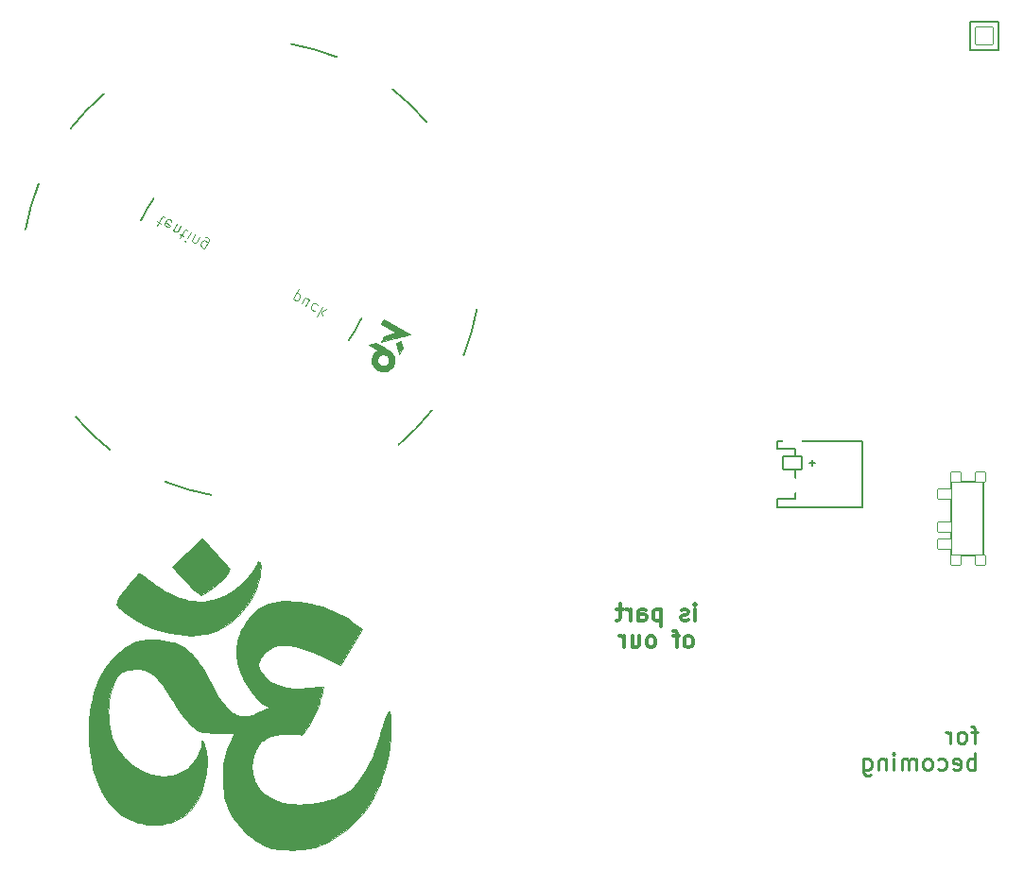
<source format=gbo>
G04 #@! TF.GenerationSoftware,KiCad,Pcbnew,(6.0.4)*
G04 #@! TF.CreationDate,2022-07-01T15:58:50-05:00*
G04 #@! TF.ProjectId,om,6f6d2e6b-6963-4616-945f-706362585858,v1.0.0*
G04 #@! TF.SameCoordinates,Original*
G04 #@! TF.FileFunction,Legend,Bot*
G04 #@! TF.FilePolarity,Positive*
%FSLAX46Y46*%
G04 Gerber Fmt 4.6, Leading zero omitted, Abs format (unit mm)*
G04 Created by KiCad (PCBNEW (6.0.4)) date 2022-07-01 15:58:50*
%MOMM*%
%LPD*%
G01*
G04 APERTURE LIST*
G04 Aperture macros list*
%AMRoundRect*
0 Rectangle with rounded corners*
0 $1 Rounding radius*
0 $2 $3 $4 $5 $6 $7 $8 $9 X,Y pos of 4 corners*
0 Add a 4 corners polygon primitive as box body*
4,1,4,$2,$3,$4,$5,$6,$7,$8,$9,$2,$3,0*
0 Add four circle primitives for the rounded corners*
1,1,$1+$1,$2,$3*
1,1,$1+$1,$4,$5*
1,1,$1+$1,$6,$7*
1,1,$1+$1,$8,$9*
0 Add four rect primitives between the rounded corners*
20,1,$1+$1,$2,$3,$4,$5,0*
20,1,$1+$1,$4,$5,$6,$7,0*
20,1,$1+$1,$6,$7,$8,$9,0*
20,1,$1+$1,$8,$9,$2,$3,0*%
%AMFreePoly0*
4,1,14,0.635355,0.435355,0.650000,0.400000,0.650000,0.200000,0.635355,0.164645,0.035355,-0.435355,0.000000,-0.450000,-0.035355,-0.435355,-0.635355,0.164645,-0.650000,0.200000,-0.650000,0.400000,-0.635355,0.435355,-0.600000,0.450000,0.600000,0.450000,0.635355,0.435355,0.635355,0.435355,$1*%
%AMFreePoly1*
4,1,16,0.635355,1.035355,0.650000,1.000000,0.650000,-0.250000,0.635355,-0.285355,0.600000,-0.300000,-0.600000,-0.300000,-0.635355,-0.285355,-0.650000,-0.250000,-0.650000,1.000000,-0.635355,1.035355,-0.600000,1.050000,-0.564645,1.035355,0.000000,0.470710,0.564645,1.035355,0.600000,1.050000,0.635355,1.035355,0.635355,1.035355,$1*%
G04 Aperture macros list end*
%ADD10C,0.079374*%
%ADD11C,0.300000*%
%ADD12C,0.250000*%
%ADD13C,0.100000*%
%ADD14C,0.150000*%
%ADD15C,0.200000*%
%ADD16C,0.010000*%
%ADD17C,1.100000*%
%ADD18C,1.801800*%
%ADD19C,3.529000*%
%ADD20C,2.132000*%
%ADD21RoundRect,0.050000X0.850000X-0.600000X0.850000X0.600000X-0.850000X0.600000X-0.850000X-0.600000X0*%
%ADD22O,1.800000X1.300000*%
%ADD23C,4.500000*%
%ADD24C,1.600000*%
%ADD25O,1.700000X2.300000*%
%ADD26C,1.700000*%
%ADD27FreePoly0,270.000000*%
%ADD28FreePoly0,90.000000*%
%ADD29RoundRect,0.050000X-0.800000X0.800000X-0.800000X-0.800000X0.800000X-0.800000X0.800000X0.800000X0*%
%ADD30FreePoly1,90.000000*%
%ADD31FreePoly1,270.000000*%
%ADD32RoundRect,0.050000X0.450000X-0.450000X0.450000X0.450000X-0.450000X0.450000X-0.450000X-0.450000X0*%
%ADD33RoundRect,0.050000X0.625000X-0.450000X0.625000X0.450000X-0.625000X0.450000X-0.625000X-0.450000X0*%
G04 APERTURE END LIST*
D10*
G36*
X198806109Y-160805702D02*
G01*
X198842472Y-160824680D01*
X198873771Y-160855577D01*
X198900124Y-160897793D01*
X198921645Y-160950726D01*
X198938451Y-161013777D01*
X198958382Y-161167830D01*
X198960844Y-161355148D01*
X198946765Y-161570929D01*
X198917072Y-161810371D01*
X198872694Y-162068670D01*
X198814559Y-162341023D01*
X198743593Y-162622627D01*
X198660725Y-162908680D01*
X198566883Y-163194379D01*
X198462995Y-163474921D01*
X198349988Y-163745502D01*
X198228790Y-164001321D01*
X198100329Y-164237575D01*
X197677446Y-164822255D01*
X197245322Y-165341763D01*
X197025397Y-165577692D01*
X196802686Y-165798067D01*
X196577029Y-166003133D01*
X196348267Y-166193138D01*
X196116242Y-166368327D01*
X195880795Y-166528946D01*
X195641767Y-166675242D01*
X195398999Y-166807461D01*
X195152332Y-166925849D01*
X194901608Y-167030653D01*
X194646667Y-167122119D01*
X194387352Y-167200493D01*
X194123502Y-167266021D01*
X193854959Y-167318949D01*
X193303161Y-167387993D01*
X192730685Y-167409595D01*
X192136261Y-167385723D01*
X191518618Y-167318350D01*
X190876487Y-167209444D01*
X190208595Y-167060975D01*
X189513673Y-166874915D01*
X189223470Y-166759836D01*
X188927140Y-166630136D01*
X188628111Y-166488107D01*
X188329812Y-166336041D01*
X188035672Y-166176230D01*
X187749121Y-166010968D01*
X187473586Y-165842546D01*
X187212496Y-165673258D01*
X186969282Y-165505395D01*
X186747371Y-165341249D01*
X186550193Y-165183115D01*
X186381176Y-165033282D01*
X186243750Y-164894046D01*
X186187954Y-164829117D01*
X186141343Y-164767696D01*
X186104343Y-164710071D01*
X186077384Y-164656527D01*
X186060894Y-164607352D01*
X186055302Y-164562831D01*
X186088905Y-164463965D01*
X186126309Y-164366862D01*
X186167309Y-164271433D01*
X186211701Y-164177589D01*
X186309848Y-163994302D01*
X186419116Y-163816294D01*
X186537873Y-163642857D01*
X186664489Y-163473283D01*
X186797330Y-163306864D01*
X186934765Y-163142892D01*
X187497801Y-162497315D01*
X187633724Y-162334959D01*
X187764449Y-162170802D01*
X187888344Y-162004137D01*
X188003776Y-161834256D01*
X188009126Y-161829853D01*
X188016912Y-161827519D01*
X188039529Y-161828886D01*
X188071088Y-161838011D01*
X188111053Y-161854550D01*
X188158887Y-161878159D01*
X188214053Y-161908494D01*
X188344235Y-161987961D01*
X188497305Y-162090198D01*
X188668968Y-162212448D01*
X188854928Y-162351957D01*
X189050892Y-162505970D01*
X189501716Y-162852399D01*
X189947999Y-163163345D01*
X190389996Y-163438858D01*
X190827961Y-163678987D01*
X191262150Y-163883780D01*
X191692818Y-164053287D01*
X192120219Y-164187557D01*
X192544609Y-164286640D01*
X192966243Y-164350584D01*
X193385376Y-164379438D01*
X193802263Y-164373252D01*
X194217159Y-164332075D01*
X194630319Y-164255956D01*
X195041997Y-164144943D01*
X195452450Y-163999087D01*
X195861931Y-163818437D01*
X196088631Y-163674551D01*
X196312716Y-163523363D01*
X196533452Y-163365156D01*
X196750108Y-163200215D01*
X196961947Y-163028824D01*
X197168238Y-162851269D01*
X197368247Y-162667833D01*
X197561239Y-162478801D01*
X197746482Y-162284458D01*
X197923241Y-162085088D01*
X198090783Y-161880976D01*
X198248375Y-161672407D01*
X198395283Y-161459664D01*
X198530774Y-161243032D01*
X198654113Y-161022797D01*
X198764567Y-160799242D01*
X198806109Y-160805702D01*
G37*
X198806109Y-160805702D02*
X198842472Y-160824680D01*
X198873771Y-160855577D01*
X198900124Y-160897793D01*
X198921645Y-160950726D01*
X198938451Y-161013777D01*
X198958382Y-161167830D01*
X198960844Y-161355148D01*
X198946765Y-161570929D01*
X198917072Y-161810371D01*
X198872694Y-162068670D01*
X198814559Y-162341023D01*
X198743593Y-162622627D01*
X198660725Y-162908680D01*
X198566883Y-163194379D01*
X198462995Y-163474921D01*
X198349988Y-163745502D01*
X198228790Y-164001321D01*
X198100329Y-164237575D01*
X197677446Y-164822255D01*
X197245322Y-165341763D01*
X197025397Y-165577692D01*
X196802686Y-165798067D01*
X196577029Y-166003133D01*
X196348267Y-166193138D01*
X196116242Y-166368327D01*
X195880795Y-166528946D01*
X195641767Y-166675242D01*
X195398999Y-166807461D01*
X195152332Y-166925849D01*
X194901608Y-167030653D01*
X194646667Y-167122119D01*
X194387352Y-167200493D01*
X194123502Y-167266021D01*
X193854959Y-167318949D01*
X193303161Y-167387993D01*
X192730685Y-167409595D01*
X192136261Y-167385723D01*
X191518618Y-167318350D01*
X190876487Y-167209444D01*
X190208595Y-167060975D01*
X189513673Y-166874915D01*
X189223470Y-166759836D01*
X188927140Y-166630136D01*
X188628111Y-166488107D01*
X188329812Y-166336041D01*
X188035672Y-166176230D01*
X187749121Y-166010968D01*
X187473586Y-165842546D01*
X187212496Y-165673258D01*
X186969282Y-165505395D01*
X186747371Y-165341249D01*
X186550193Y-165183115D01*
X186381176Y-165033282D01*
X186243750Y-164894046D01*
X186187954Y-164829117D01*
X186141343Y-164767696D01*
X186104343Y-164710071D01*
X186077384Y-164656527D01*
X186060894Y-164607352D01*
X186055302Y-164562831D01*
X186088905Y-164463965D01*
X186126309Y-164366862D01*
X186167309Y-164271433D01*
X186211701Y-164177589D01*
X186309848Y-163994302D01*
X186419116Y-163816294D01*
X186537873Y-163642857D01*
X186664489Y-163473283D01*
X186797330Y-163306864D01*
X186934765Y-163142892D01*
X187497801Y-162497315D01*
X187633724Y-162334959D01*
X187764449Y-162170802D01*
X187888344Y-162004137D01*
X188003776Y-161834256D01*
X188009126Y-161829853D01*
X188016912Y-161827519D01*
X188039529Y-161828886D01*
X188071088Y-161838011D01*
X188111053Y-161854550D01*
X188158887Y-161878159D01*
X188214053Y-161908494D01*
X188344235Y-161987961D01*
X188497305Y-162090198D01*
X188668968Y-162212448D01*
X188854928Y-162351957D01*
X189050892Y-162505970D01*
X189501716Y-162852399D01*
X189947999Y-163163345D01*
X190389996Y-163438858D01*
X190827961Y-163678987D01*
X191262150Y-163883780D01*
X191692818Y-164053287D01*
X192120219Y-164187557D01*
X192544609Y-164286640D01*
X192966243Y-164350584D01*
X193385376Y-164379438D01*
X193802263Y-164373252D01*
X194217159Y-164332075D01*
X194630319Y-164255956D01*
X195041997Y-164144943D01*
X195452450Y-163999087D01*
X195861931Y-163818437D01*
X196088631Y-163674551D01*
X196312716Y-163523363D01*
X196533452Y-163365156D01*
X196750108Y-163200215D01*
X196961947Y-163028824D01*
X197168238Y-162851269D01*
X197368247Y-162667833D01*
X197561239Y-162478801D01*
X197746482Y-162284458D01*
X197923241Y-162085088D01*
X198090783Y-161880976D01*
X198248375Y-161672407D01*
X198395283Y-161459664D01*
X198530774Y-161243032D01*
X198654113Y-161022797D01*
X198764567Y-160799242D01*
X198806109Y-160805702D01*
G36*
X196195152Y-161465283D02*
G01*
X196154105Y-161560005D01*
X196108316Y-161653088D01*
X196058017Y-161744564D01*
X196003439Y-161834465D01*
X195882373Y-162009668D01*
X195746972Y-162178951D01*
X195599087Y-162342569D01*
X195440572Y-162500776D01*
X195273279Y-162653827D01*
X195099062Y-162801975D01*
X194919772Y-162945475D01*
X194737262Y-163084582D01*
X194369994Y-163350631D01*
X193678339Y-163841198D01*
X193482378Y-163720820D01*
X193294682Y-163588115D01*
X193114293Y-163444568D01*
X192940253Y-163291666D01*
X192771606Y-163130896D01*
X192607392Y-162963743D01*
X192446655Y-162791695D01*
X192288438Y-162616237D01*
X191661608Y-161910041D01*
X191501622Y-161739833D01*
X191338411Y-161575134D01*
X191171016Y-161417431D01*
X190998479Y-161268210D01*
X193733805Y-158736095D01*
X196195152Y-161465283D01*
G37*
X196195152Y-161465283D02*
X196154105Y-161560005D01*
X196108316Y-161653088D01*
X196058017Y-161744564D01*
X196003439Y-161834465D01*
X195882373Y-162009668D01*
X195746972Y-162178951D01*
X195599087Y-162342569D01*
X195440572Y-162500776D01*
X195273279Y-162653827D01*
X195099062Y-162801975D01*
X194919772Y-162945475D01*
X194737262Y-163084582D01*
X194369994Y-163350631D01*
X193678339Y-163841198D01*
X193482378Y-163720820D01*
X193294682Y-163588115D01*
X193114293Y-163444568D01*
X192940253Y-163291666D01*
X192771606Y-163130896D01*
X192607392Y-162963743D01*
X192446655Y-162791695D01*
X192288438Y-162616237D01*
X191661608Y-161910041D01*
X191501622Y-161739833D01*
X191338411Y-161575134D01*
X191171016Y-161417431D01*
X190998479Y-161268210D01*
X193733805Y-158736095D01*
X196195152Y-161465283D01*
G36*
X201905193Y-164364990D02*
G01*
X202411434Y-164411397D01*
X202926809Y-164485717D01*
X203446893Y-164586978D01*
X203967259Y-164714209D01*
X204483481Y-164866437D01*
X204991135Y-165042691D01*
X205485794Y-165241998D01*
X205963033Y-165463387D01*
X206418425Y-165705885D01*
X206847546Y-165968521D01*
X207245969Y-166250323D01*
X208058094Y-166869764D01*
X206120952Y-170116999D01*
X205423594Y-169756363D01*
X204770160Y-169435766D01*
X204159036Y-169154943D01*
X203588606Y-168913629D01*
X203057255Y-168711558D01*
X202805728Y-168625156D01*
X202563366Y-168548466D01*
X202329965Y-168481454D01*
X202105324Y-168424088D01*
X201889240Y-168376334D01*
X201681513Y-168338158D01*
X201481940Y-168309529D01*
X201290318Y-168290412D01*
X201106447Y-168280775D01*
X200930124Y-168280585D01*
X200761146Y-168289808D01*
X200599313Y-168308412D01*
X200444423Y-168336362D01*
X200296272Y-168373627D01*
X200154660Y-168420173D01*
X200019384Y-168475966D01*
X199890243Y-168540974D01*
X199767034Y-168615164D01*
X199649555Y-168698502D01*
X199537605Y-168790956D01*
X199430982Y-168892492D01*
X199329483Y-169003076D01*
X199200661Y-169156677D01*
X199088590Y-169299438D01*
X198993205Y-169432885D01*
X198951749Y-169496591D01*
X198914439Y-169558540D01*
X198881266Y-169618922D01*
X198852223Y-169677928D01*
X198827301Y-169735748D01*
X198806492Y-169792572D01*
X198789787Y-169848591D01*
X198777178Y-169903995D01*
X198768656Y-169958976D01*
X198764214Y-170013722D01*
X198763842Y-170068426D01*
X198767533Y-170123277D01*
X198775278Y-170178465D01*
X198787068Y-170234182D01*
X198802896Y-170290617D01*
X198822752Y-170347961D01*
X198846629Y-170406405D01*
X198874518Y-170466139D01*
X198906411Y-170527353D01*
X198942300Y-170590238D01*
X199026029Y-170721784D01*
X199125639Y-170862298D01*
X199241063Y-171013306D01*
X199379834Y-171174309D01*
X199533497Y-171323621D01*
X199701742Y-171461154D01*
X199884261Y-171586815D01*
X200080744Y-171700514D01*
X200290882Y-171802161D01*
X200514366Y-171891665D01*
X200750886Y-171968935D01*
X201000134Y-172033882D01*
X201261800Y-172086414D01*
X201535576Y-172126442D01*
X201821151Y-172153874D01*
X202118218Y-172168620D01*
X202426466Y-172170589D01*
X202745586Y-172159691D01*
X203075270Y-172135836D01*
X204558071Y-172001380D01*
X204512049Y-172257078D01*
X204460697Y-172505632D01*
X204404460Y-172746980D01*
X204343783Y-172981058D01*
X204279111Y-173207801D01*
X204210890Y-173427145D01*
X204139566Y-173639027D01*
X204065583Y-173843383D01*
X203989388Y-174040148D01*
X203911425Y-174229259D01*
X203832140Y-174410653D01*
X203751978Y-174584264D01*
X203671385Y-174750030D01*
X203590806Y-174907886D01*
X203431473Y-175199613D01*
X203277540Y-175458934D01*
X203132571Y-175685338D01*
X203000129Y-175878313D01*
X202883778Y-176037348D01*
X202787080Y-176161933D01*
X202713598Y-176251554D01*
X202650537Y-176323865D01*
X202432431Y-176297050D01*
X202220660Y-176274718D01*
X202015154Y-176256893D01*
X201815842Y-176243601D01*
X201622655Y-176234867D01*
X201435521Y-176230716D01*
X201254370Y-176231174D01*
X201079133Y-176236264D01*
X200909737Y-176246013D01*
X200746114Y-176260444D01*
X200588192Y-176279585D01*
X200435901Y-176303458D01*
X200289171Y-176332090D01*
X200147932Y-176365505D01*
X200012112Y-176403729D01*
X199881641Y-176446787D01*
X199756450Y-176494703D01*
X199636467Y-176547503D01*
X199521622Y-176605211D01*
X199411846Y-176667854D01*
X199307066Y-176735455D01*
X199207213Y-176808040D01*
X199112217Y-176885635D01*
X199022007Y-176968263D01*
X198936512Y-177055951D01*
X198855663Y-177148722D01*
X198779388Y-177246603D01*
X198707618Y-177349618D01*
X198640282Y-177457793D01*
X198577309Y-177571152D01*
X198518629Y-177689720D01*
X198464172Y-177813523D01*
X198400484Y-177977245D01*
X198344905Y-178141052D01*
X198297363Y-178304746D01*
X198257782Y-178468127D01*
X198226087Y-178630997D01*
X198202203Y-178793155D01*
X198186055Y-178954404D01*
X198177569Y-179114543D01*
X198176670Y-179273374D01*
X198183283Y-179430698D01*
X198197332Y-179586314D01*
X198218744Y-179740025D01*
X198247443Y-179891631D01*
X198283355Y-180040932D01*
X198326405Y-180187731D01*
X198376517Y-180331826D01*
X198433617Y-180473020D01*
X198497630Y-180611113D01*
X198568482Y-180745906D01*
X198646096Y-180877199D01*
X198730400Y-181004794D01*
X198821317Y-181128492D01*
X198918773Y-181248093D01*
X199022693Y-181363398D01*
X199133003Y-181474208D01*
X199249626Y-181580323D01*
X199372489Y-181681546D01*
X199501517Y-181777675D01*
X199636635Y-181868513D01*
X199777767Y-181953860D01*
X199924840Y-182033517D01*
X200077778Y-182107285D01*
X200282327Y-182193494D01*
X200495381Y-182270532D01*
X200716250Y-182338516D01*
X200944240Y-182397560D01*
X201418819Y-182489287D01*
X201913585Y-182546634D01*
X202423002Y-182570522D01*
X202941538Y-182561869D01*
X203463657Y-182521597D01*
X203983826Y-182450626D01*
X204496510Y-182349875D01*
X204996175Y-182220265D01*
X205477286Y-182062717D01*
X205934310Y-181878149D01*
X206361712Y-181667483D01*
X206753957Y-181431638D01*
X206935167Y-181304561D01*
X207105512Y-181171535D01*
X207264301Y-181032674D01*
X207410843Y-180888093D01*
X207579908Y-180699219D01*
X207749106Y-180488414D01*
X207917825Y-180256947D01*
X208085454Y-180006090D01*
X208251382Y-179737112D01*
X208414997Y-179451283D01*
X208575689Y-179149874D01*
X208732845Y-178834154D01*
X208885855Y-178505395D01*
X209034107Y-178164865D01*
X209176990Y-177813836D01*
X209313893Y-177453576D01*
X209444204Y-177085358D01*
X209567312Y-176710450D01*
X209682606Y-176330122D01*
X209789474Y-175945646D01*
X209836761Y-175771340D01*
X209884763Y-175601922D01*
X209933144Y-175438269D01*
X209981569Y-175281258D01*
X210029703Y-175131766D01*
X210077209Y-174990671D01*
X210123752Y-174858851D01*
X210168997Y-174737181D01*
X210212608Y-174626541D01*
X210254249Y-174527806D01*
X210293586Y-174441854D01*
X210330282Y-174369563D01*
X210364002Y-174311809D01*
X210379641Y-174288658D01*
X210394411Y-174269470D01*
X210408268Y-174254355D01*
X210421172Y-174243423D01*
X210433081Y-174236784D01*
X210443951Y-174234546D01*
X210473768Y-174242648D01*
X210501005Y-174266475D01*
X210547859Y-174358441D01*
X210584742Y-174504709D01*
X210611888Y-174699546D01*
X210629526Y-174937218D01*
X210637889Y-175211993D01*
X210627714Y-175849913D01*
X210583214Y-176567439D01*
X210506239Y-177318702D01*
X210398641Y-178057833D01*
X210333936Y-178408515D01*
X210262270Y-178738964D01*
X210081210Y-179428516D01*
X209869346Y-180093416D01*
X209627417Y-180732759D01*
X209356165Y-181345637D01*
X209056329Y-181931144D01*
X208728650Y-182488372D01*
X208373868Y-183016416D01*
X207992725Y-183514369D01*
X207585959Y-183981323D01*
X207154311Y-184416372D01*
X206698523Y-184818610D01*
X206219334Y-185187130D01*
X205717484Y-185521025D01*
X205193714Y-185819388D01*
X204648764Y-186081313D01*
X204368578Y-186198328D01*
X204083375Y-186305893D01*
X203865815Y-186375865D01*
X203629446Y-186437561D01*
X203376738Y-186490929D01*
X203110157Y-186535912D01*
X202832171Y-186572457D01*
X202545250Y-186600510D01*
X202251861Y-186620015D01*
X201954471Y-186630919D01*
X201655550Y-186633167D01*
X201357564Y-186626705D01*
X201062983Y-186611478D01*
X200774274Y-186587431D01*
X200493905Y-186554510D01*
X200224345Y-186512662D01*
X199968061Y-186461830D01*
X199727521Y-186401962D01*
X199485924Y-186323276D01*
X199238647Y-186220623D01*
X198987477Y-186095629D01*
X198734202Y-185949919D01*
X198480609Y-185785119D01*
X198228487Y-185602853D01*
X197979621Y-185404748D01*
X197735801Y-185192428D01*
X197498814Y-184967520D01*
X197270446Y-184731649D01*
X197052486Y-184486440D01*
X196846721Y-184233519D01*
X196654939Y-183974512D01*
X196478926Y-183711043D01*
X196320472Y-183444738D01*
X196181362Y-183177223D01*
X196044265Y-182862750D01*
X195924618Y-182526965D01*
X195822461Y-182172883D01*
X195737834Y-181803519D01*
X195670776Y-181421888D01*
X195621327Y-181031004D01*
X195589527Y-180633882D01*
X195575414Y-180233537D01*
X195579029Y-179832983D01*
X195600410Y-179435235D01*
X195639598Y-179043308D01*
X195696633Y-178660217D01*
X195771552Y-178288976D01*
X195864397Y-177932600D01*
X195975207Y-177594104D01*
X196104021Y-177276502D01*
X196617580Y-176135769D01*
X195028766Y-176135769D01*
X194775828Y-176134695D01*
X194547848Y-176130966D01*
X194342449Y-176123824D01*
X194157253Y-176112511D01*
X193989885Y-176096268D01*
X193912143Y-176086060D01*
X193837966Y-176074336D01*
X193767058Y-176061000D01*
X193699121Y-176045957D01*
X193633858Y-176029113D01*
X193570972Y-176010373D01*
X193510165Y-175989642D01*
X193451141Y-175966825D01*
X193393603Y-175941827D01*
X193337253Y-175914554D01*
X193281794Y-175884910D01*
X193226930Y-175852802D01*
X193172362Y-175818134D01*
X193117795Y-175780811D01*
X193007471Y-175697821D01*
X192893581Y-175603075D01*
X192773748Y-175495814D01*
X192645596Y-175375280D01*
X192560771Y-175290998D01*
X192470674Y-175195713D01*
X192277832Y-174976386D01*
X192073410Y-174725803D01*
X191863750Y-174452470D01*
X191655193Y-174164890D01*
X191454079Y-173871569D01*
X191266751Y-173581012D01*
X191099549Y-173301723D01*
X190879225Y-172925265D01*
X190666092Y-172578692D01*
X190459307Y-172261232D01*
X190258027Y-171972112D01*
X190061408Y-171710561D01*
X189868606Y-171475806D01*
X189678776Y-171267075D01*
X189584713Y-171172227D01*
X189491077Y-171083594D01*
X189397761Y-171001082D01*
X189304662Y-170924593D01*
X189211674Y-170854030D01*
X189118690Y-170789297D01*
X189025606Y-170730298D01*
X188932316Y-170676936D01*
X188838715Y-170629114D01*
X188744696Y-170586736D01*
X188650156Y-170549705D01*
X188554987Y-170517924D01*
X188459086Y-170491298D01*
X188362345Y-170469730D01*
X188264660Y-170453123D01*
X188165926Y-170441380D01*
X188066037Y-170434405D01*
X187964886Y-170432101D01*
X187867876Y-170433378D01*
X187768903Y-170437124D01*
X187668682Y-170443214D01*
X187567922Y-170451520D01*
X187467338Y-170461918D01*
X187367641Y-170474280D01*
X187269542Y-170488481D01*
X187173755Y-170504394D01*
X187080991Y-170521893D01*
X186991962Y-170540852D01*
X186907380Y-170561145D01*
X186827959Y-170582646D01*
X186754408Y-170605229D01*
X186687442Y-170628766D01*
X186627772Y-170653133D01*
X186576109Y-170678203D01*
X186464952Y-170747565D01*
X186358222Y-170833758D01*
X186256033Y-170935903D01*
X186158498Y-171053125D01*
X186065729Y-171184545D01*
X185977840Y-171329289D01*
X185817153Y-171655236D01*
X185677340Y-172023950D01*
X185559303Y-172428418D01*
X185463947Y-172861624D01*
X185392174Y-173316553D01*
X185344889Y-173786191D01*
X185322994Y-174263523D01*
X185327393Y-174741534D01*
X185358990Y-175213209D01*
X185418687Y-175671534D01*
X185507388Y-176109493D01*
X185625997Y-176520072D01*
X185775417Y-176896257D01*
X185889272Y-177127646D01*
X186013022Y-177351909D01*
X186146179Y-177568826D01*
X186288257Y-177778177D01*
X186438768Y-177979740D01*
X186597225Y-178173295D01*
X186763140Y-178358621D01*
X186936025Y-178535499D01*
X187115395Y-178703707D01*
X187300761Y-178863025D01*
X187491635Y-179013232D01*
X187687532Y-179154108D01*
X187887963Y-179285432D01*
X188092440Y-179406984D01*
X188300478Y-179518543D01*
X188511588Y-179619888D01*
X188725282Y-179710799D01*
X188941075Y-179791056D01*
X189158478Y-179860438D01*
X189377003Y-179918724D01*
X189596165Y-179965694D01*
X189815474Y-180001126D01*
X190034445Y-180024802D01*
X190252590Y-180036500D01*
X190469421Y-180035999D01*
X190684450Y-180023079D01*
X190897192Y-179997520D01*
X191107158Y-179959100D01*
X191313861Y-179907600D01*
X191516813Y-179842799D01*
X191715528Y-179764476D01*
X191909518Y-179672410D01*
X192066227Y-179581900D01*
X192223279Y-179473117D01*
X192379277Y-179348058D01*
X192532822Y-179208720D01*
X192682516Y-179057100D01*
X192826963Y-178895194D01*
X192964765Y-178724999D01*
X193094522Y-178548513D01*
X193214839Y-178367733D01*
X193324317Y-178184654D01*
X193421559Y-178001275D01*
X193505166Y-177819591D01*
X193573742Y-177641600D01*
X193625887Y-177469299D01*
X193660205Y-177304685D01*
X193670242Y-177225884D01*
X193675298Y-177149753D01*
X193678365Y-177073790D01*
X193682264Y-177008521D01*
X193687223Y-176954053D01*
X193693473Y-176910490D01*
X193701243Y-176877936D01*
X193705769Y-176865821D01*
X193710762Y-176856497D01*
X193716249Y-176849979D01*
X193722260Y-176846278D01*
X193728822Y-176845409D01*
X193735966Y-176847384D01*
X193743719Y-176852216D01*
X193752110Y-176859919D01*
X193761167Y-176870506D01*
X193770921Y-176883989D01*
X193792628Y-176919698D01*
X193817462Y-176967151D01*
X193845652Y-177026453D01*
X193877427Y-177097709D01*
X193952649Y-177276502D01*
X194030026Y-177504463D01*
X194088560Y-177762160D01*
X194128813Y-178045624D01*
X194151350Y-178350887D01*
X194156732Y-178673980D01*
X194145522Y-179010935D01*
X194118283Y-179357784D01*
X194075578Y-179710557D01*
X194017970Y-180065286D01*
X193946020Y-180418003D01*
X193860293Y-180764740D01*
X193761351Y-181101527D01*
X193649756Y-181424397D01*
X193526071Y-181729380D01*
X193390859Y-182012509D01*
X193244683Y-182269814D01*
X193069373Y-182536666D01*
X192887951Y-182783982D01*
X192699830Y-183012083D01*
X192504420Y-183221289D01*
X192301135Y-183411919D01*
X192089385Y-183584294D01*
X191868583Y-183738733D01*
X191638142Y-183875557D01*
X191397471Y-183995086D01*
X191145985Y-184097639D01*
X190883094Y-184183537D01*
X190608210Y-184253100D01*
X190320746Y-184306647D01*
X190020113Y-184344499D01*
X189705724Y-184366975D01*
X189376989Y-184374396D01*
X189073971Y-184366231D01*
X188777432Y-184341855D01*
X188487513Y-184301449D01*
X188204353Y-184245192D01*
X187928094Y-184173264D01*
X187658877Y-184085846D01*
X187396841Y-183983117D01*
X187142127Y-183865258D01*
X186894876Y-183732447D01*
X186655228Y-183584866D01*
X186423324Y-183422693D01*
X186199304Y-183246110D01*
X185983309Y-183055296D01*
X185775480Y-182850431D01*
X185575956Y-182631694D01*
X185384879Y-182399267D01*
X185028626Y-181894058D01*
X184707846Y-181336244D01*
X184423661Y-180727265D01*
X184177198Y-180068560D01*
X183969580Y-179361569D01*
X183801930Y-178607731D01*
X183675375Y-177808487D01*
X183591037Y-176965275D01*
X183558524Y-176287855D01*
X183559779Y-175622319D01*
X183594123Y-174970468D01*
X183660883Y-174334106D01*
X183759380Y-173715035D01*
X183888940Y-173115056D01*
X184048886Y-172535972D01*
X184238541Y-171979586D01*
X184457231Y-171447699D01*
X184704278Y-170942114D01*
X184838224Y-170699748D01*
X184979006Y-170464633D01*
X185126540Y-170236995D01*
X185280740Y-170017059D01*
X185441522Y-169805051D01*
X185608803Y-169601194D01*
X185782496Y-169405716D01*
X185962519Y-169218840D01*
X186148785Y-169040793D01*
X186341211Y-168871800D01*
X186539713Y-168712085D01*
X186744205Y-168561875D01*
X186905434Y-168451068D01*
X187057834Y-168351302D01*
X187203219Y-168262043D01*
X187343399Y-168182755D01*
X187480186Y-168112906D01*
X187615393Y-168051961D01*
X187750832Y-167999386D01*
X187888313Y-167954647D01*
X188029651Y-167917210D01*
X188176655Y-167886541D01*
X188331139Y-167862106D01*
X188494914Y-167843371D01*
X188669792Y-167829802D01*
X188857585Y-167820865D01*
X189060106Y-167816025D01*
X189279165Y-167814749D01*
X189751765Y-167826087D01*
X190192561Y-167860290D01*
X190604622Y-167919758D01*
X190991019Y-168006890D01*
X191175554Y-168061579D01*
X191354824Y-168124084D01*
X191529214Y-168194704D01*
X191699108Y-168273739D01*
X191864889Y-168361489D01*
X192026941Y-168458254D01*
X192185648Y-168564333D01*
X192341394Y-168680027D01*
X192494563Y-168805635D01*
X192645539Y-168941458D01*
X192794705Y-169087794D01*
X192942445Y-169244945D01*
X193235185Y-169592887D01*
X193526829Y-169987682D01*
X193820447Y-170431730D01*
X194119112Y-170927430D01*
X194425893Y-171477179D01*
X194743862Y-172083377D01*
X194976229Y-172520750D01*
X195205095Y-172915324D01*
X195431736Y-173267819D01*
X195544621Y-173428513D01*
X195657429Y-173578957D01*
X195770320Y-173719243D01*
X195883453Y-173849459D01*
X195996987Y-173969697D01*
X196111083Y-174080047D01*
X196225900Y-174180598D01*
X196341598Y-174271440D01*
X196458337Y-174352665D01*
X196576275Y-174424362D01*
X196695573Y-174486621D01*
X196816391Y-174539532D01*
X196938887Y-174583186D01*
X197063223Y-174617672D01*
X197189557Y-174643082D01*
X197318048Y-174659504D01*
X197448858Y-174667029D01*
X197582145Y-174665748D01*
X197718069Y-174655750D01*
X197856789Y-174637126D01*
X197998466Y-174609965D01*
X198143259Y-174574358D01*
X198291328Y-174530396D01*
X198442832Y-174478167D01*
X198597931Y-174417763D01*
X198756784Y-174349273D01*
X199766028Y-173894169D01*
X199035376Y-173431553D01*
X198873866Y-173315282D01*
X198708127Y-173169512D01*
X198539775Y-172997065D01*
X198370426Y-172800763D01*
X198201696Y-172583431D01*
X198035200Y-172347889D01*
X197872556Y-172096962D01*
X197715379Y-171833472D01*
X197565285Y-171560241D01*
X197423890Y-171280092D01*
X197292809Y-170995848D01*
X197173660Y-170710331D01*
X197068058Y-170426365D01*
X196977618Y-170146772D01*
X196903958Y-169874375D01*
X196848692Y-169611996D01*
X196819976Y-169421313D01*
X196801019Y-169228825D01*
X196791599Y-169034929D01*
X196791493Y-168840022D01*
X196800479Y-168644502D01*
X196818334Y-168448766D01*
X196844835Y-168253211D01*
X196879760Y-168058235D01*
X196922885Y-167864235D01*
X196973988Y-167671609D01*
X197032846Y-167480754D01*
X197099237Y-167292067D01*
X197172938Y-167105946D01*
X197253726Y-166922788D01*
X197341378Y-166742991D01*
X197435672Y-166566952D01*
X197536385Y-166395068D01*
X197643293Y-166227737D01*
X197756176Y-166065355D01*
X197874809Y-165908322D01*
X197998970Y-165757033D01*
X198128437Y-165611886D01*
X198262986Y-165473279D01*
X198402395Y-165341609D01*
X198546441Y-165217273D01*
X198694902Y-165100670D01*
X198847554Y-164992195D01*
X199004176Y-164892247D01*
X199164544Y-164801223D01*
X199328435Y-164719520D01*
X199495627Y-164647536D01*
X199665897Y-164585668D01*
X200060082Y-164477931D01*
X200485531Y-164402966D01*
X200937816Y-164359803D01*
X201412512Y-164347468D01*
X201905193Y-164364990D01*
G37*
X201905193Y-164364990D02*
X202411434Y-164411397D01*
X202926809Y-164485717D01*
X203446893Y-164586978D01*
X203967259Y-164714209D01*
X204483481Y-164866437D01*
X204991135Y-165042691D01*
X205485794Y-165241998D01*
X205963033Y-165463387D01*
X206418425Y-165705885D01*
X206847546Y-165968521D01*
X207245969Y-166250323D01*
X208058094Y-166869764D01*
X206120952Y-170116999D01*
X205423594Y-169756363D01*
X204770160Y-169435766D01*
X204159036Y-169154943D01*
X203588606Y-168913629D01*
X203057255Y-168711558D01*
X202805728Y-168625156D01*
X202563366Y-168548466D01*
X202329965Y-168481454D01*
X202105324Y-168424088D01*
X201889240Y-168376334D01*
X201681513Y-168338158D01*
X201481940Y-168309529D01*
X201290318Y-168290412D01*
X201106447Y-168280775D01*
X200930124Y-168280585D01*
X200761146Y-168289808D01*
X200599313Y-168308412D01*
X200444423Y-168336362D01*
X200296272Y-168373627D01*
X200154660Y-168420173D01*
X200019384Y-168475966D01*
X199890243Y-168540974D01*
X199767034Y-168615164D01*
X199649555Y-168698502D01*
X199537605Y-168790956D01*
X199430982Y-168892492D01*
X199329483Y-169003076D01*
X199200661Y-169156677D01*
X199088590Y-169299438D01*
X198993205Y-169432885D01*
X198951749Y-169496591D01*
X198914439Y-169558540D01*
X198881266Y-169618922D01*
X198852223Y-169677928D01*
X198827301Y-169735748D01*
X198806492Y-169792572D01*
X198789787Y-169848591D01*
X198777178Y-169903995D01*
X198768656Y-169958976D01*
X198764214Y-170013722D01*
X198763842Y-170068426D01*
X198767533Y-170123277D01*
X198775278Y-170178465D01*
X198787068Y-170234182D01*
X198802896Y-170290617D01*
X198822752Y-170347961D01*
X198846629Y-170406405D01*
X198874518Y-170466139D01*
X198906411Y-170527353D01*
X198942300Y-170590238D01*
X199026029Y-170721784D01*
X199125639Y-170862298D01*
X199241063Y-171013306D01*
X199379834Y-171174309D01*
X199533497Y-171323621D01*
X199701742Y-171461154D01*
X199884261Y-171586815D01*
X200080744Y-171700514D01*
X200290882Y-171802161D01*
X200514366Y-171891665D01*
X200750886Y-171968935D01*
X201000134Y-172033882D01*
X201261800Y-172086414D01*
X201535576Y-172126442D01*
X201821151Y-172153874D01*
X202118218Y-172168620D01*
X202426466Y-172170589D01*
X202745586Y-172159691D01*
X203075270Y-172135836D01*
X204558071Y-172001380D01*
X204512049Y-172257078D01*
X204460697Y-172505632D01*
X204404460Y-172746980D01*
X204343783Y-172981058D01*
X204279111Y-173207801D01*
X204210890Y-173427145D01*
X204139566Y-173639027D01*
X204065583Y-173843383D01*
X203989388Y-174040148D01*
X203911425Y-174229259D01*
X203832140Y-174410653D01*
X203751978Y-174584264D01*
X203671385Y-174750030D01*
X203590806Y-174907886D01*
X203431473Y-175199613D01*
X203277540Y-175458934D01*
X203132571Y-175685338D01*
X203000129Y-175878313D01*
X202883778Y-176037348D01*
X202787080Y-176161933D01*
X202713598Y-176251554D01*
X202650537Y-176323865D01*
X202432431Y-176297050D01*
X202220660Y-176274718D01*
X202015154Y-176256893D01*
X201815842Y-176243601D01*
X201622655Y-176234867D01*
X201435521Y-176230716D01*
X201254370Y-176231174D01*
X201079133Y-176236264D01*
X200909737Y-176246013D01*
X200746114Y-176260444D01*
X200588192Y-176279585D01*
X200435901Y-176303458D01*
X200289171Y-176332090D01*
X200147932Y-176365505D01*
X200012112Y-176403729D01*
X199881641Y-176446787D01*
X199756450Y-176494703D01*
X199636467Y-176547503D01*
X199521622Y-176605211D01*
X199411846Y-176667854D01*
X199307066Y-176735455D01*
X199207213Y-176808040D01*
X199112217Y-176885635D01*
X199022007Y-176968263D01*
X198936512Y-177055951D01*
X198855663Y-177148722D01*
X198779388Y-177246603D01*
X198707618Y-177349618D01*
X198640282Y-177457793D01*
X198577309Y-177571152D01*
X198518629Y-177689720D01*
X198464172Y-177813523D01*
X198400484Y-177977245D01*
X198344905Y-178141052D01*
X198297363Y-178304746D01*
X198257782Y-178468127D01*
X198226087Y-178630997D01*
X198202203Y-178793155D01*
X198186055Y-178954404D01*
X198177569Y-179114543D01*
X198176670Y-179273374D01*
X198183283Y-179430698D01*
X198197332Y-179586314D01*
X198218744Y-179740025D01*
X198247443Y-179891631D01*
X198283355Y-180040932D01*
X198326405Y-180187731D01*
X198376517Y-180331826D01*
X198433617Y-180473020D01*
X198497630Y-180611113D01*
X198568482Y-180745906D01*
X198646096Y-180877199D01*
X198730400Y-181004794D01*
X198821317Y-181128492D01*
X198918773Y-181248093D01*
X199022693Y-181363398D01*
X199133003Y-181474208D01*
X199249626Y-181580323D01*
X199372489Y-181681546D01*
X199501517Y-181777675D01*
X199636635Y-181868513D01*
X199777767Y-181953860D01*
X199924840Y-182033517D01*
X200077778Y-182107285D01*
X200282327Y-182193494D01*
X200495381Y-182270532D01*
X200716250Y-182338516D01*
X200944240Y-182397560D01*
X201418819Y-182489287D01*
X201913585Y-182546634D01*
X202423002Y-182570522D01*
X202941538Y-182561869D01*
X203463657Y-182521597D01*
X203983826Y-182450626D01*
X204496510Y-182349875D01*
X204996175Y-182220265D01*
X205477286Y-182062717D01*
X205934310Y-181878149D01*
X206361712Y-181667483D01*
X206753957Y-181431638D01*
X206935167Y-181304561D01*
X207105512Y-181171535D01*
X207264301Y-181032674D01*
X207410843Y-180888093D01*
X207579908Y-180699219D01*
X207749106Y-180488414D01*
X207917825Y-180256947D01*
X208085454Y-180006090D01*
X208251382Y-179737112D01*
X208414997Y-179451283D01*
X208575689Y-179149874D01*
X208732845Y-178834154D01*
X208885855Y-178505395D01*
X209034107Y-178164865D01*
X209176990Y-177813836D01*
X209313893Y-177453576D01*
X209444204Y-177085358D01*
X209567312Y-176710450D01*
X209682606Y-176330122D01*
X209789474Y-175945646D01*
X209836761Y-175771340D01*
X209884763Y-175601922D01*
X209933144Y-175438269D01*
X209981569Y-175281258D01*
X210029703Y-175131766D01*
X210077209Y-174990671D01*
X210123752Y-174858851D01*
X210168997Y-174737181D01*
X210212608Y-174626541D01*
X210254249Y-174527806D01*
X210293586Y-174441854D01*
X210330282Y-174369563D01*
X210364002Y-174311809D01*
X210379641Y-174288658D01*
X210394411Y-174269470D01*
X210408268Y-174254355D01*
X210421172Y-174243423D01*
X210433081Y-174236784D01*
X210443951Y-174234546D01*
X210473768Y-174242648D01*
X210501005Y-174266475D01*
X210547859Y-174358441D01*
X210584742Y-174504709D01*
X210611888Y-174699546D01*
X210629526Y-174937218D01*
X210637889Y-175211993D01*
X210627714Y-175849913D01*
X210583214Y-176567439D01*
X210506239Y-177318702D01*
X210398641Y-178057833D01*
X210333936Y-178408515D01*
X210262270Y-178738964D01*
X210081210Y-179428516D01*
X209869346Y-180093416D01*
X209627417Y-180732759D01*
X209356165Y-181345637D01*
X209056329Y-181931144D01*
X208728650Y-182488372D01*
X208373868Y-183016416D01*
X207992725Y-183514369D01*
X207585959Y-183981323D01*
X207154311Y-184416372D01*
X206698523Y-184818610D01*
X206219334Y-185187130D01*
X205717484Y-185521025D01*
X205193714Y-185819388D01*
X204648764Y-186081313D01*
X204368578Y-186198328D01*
X204083375Y-186305893D01*
X203865815Y-186375865D01*
X203629446Y-186437561D01*
X203376738Y-186490929D01*
X203110157Y-186535912D01*
X202832171Y-186572457D01*
X202545250Y-186600510D01*
X202251861Y-186620015D01*
X201954471Y-186630919D01*
X201655550Y-186633167D01*
X201357564Y-186626705D01*
X201062983Y-186611478D01*
X200774274Y-186587431D01*
X200493905Y-186554510D01*
X200224345Y-186512662D01*
X199968061Y-186461830D01*
X199727521Y-186401962D01*
X199485924Y-186323276D01*
X199238647Y-186220623D01*
X198987477Y-186095629D01*
X198734202Y-185949919D01*
X198480609Y-185785119D01*
X198228487Y-185602853D01*
X197979621Y-185404748D01*
X197735801Y-185192428D01*
X197498814Y-184967520D01*
X197270446Y-184731649D01*
X197052486Y-184486440D01*
X196846721Y-184233519D01*
X196654939Y-183974512D01*
X196478926Y-183711043D01*
X196320472Y-183444738D01*
X196181362Y-183177223D01*
X196044265Y-182862750D01*
X195924618Y-182526965D01*
X195822461Y-182172883D01*
X195737834Y-181803519D01*
X195670776Y-181421888D01*
X195621327Y-181031004D01*
X195589527Y-180633882D01*
X195575414Y-180233537D01*
X195579029Y-179832983D01*
X195600410Y-179435235D01*
X195639598Y-179043308D01*
X195696633Y-178660217D01*
X195771552Y-178288976D01*
X195864397Y-177932600D01*
X195975207Y-177594104D01*
X196104021Y-177276502D01*
X196617580Y-176135769D01*
X195028766Y-176135769D01*
X194775828Y-176134695D01*
X194547848Y-176130966D01*
X194342449Y-176123824D01*
X194157253Y-176112511D01*
X193989885Y-176096268D01*
X193912143Y-176086060D01*
X193837966Y-176074336D01*
X193767058Y-176061000D01*
X193699121Y-176045957D01*
X193633858Y-176029113D01*
X193570972Y-176010373D01*
X193510165Y-175989642D01*
X193451141Y-175966825D01*
X193393603Y-175941827D01*
X193337253Y-175914554D01*
X193281794Y-175884910D01*
X193226930Y-175852802D01*
X193172362Y-175818134D01*
X193117795Y-175780811D01*
X193007471Y-175697821D01*
X192893581Y-175603075D01*
X192773748Y-175495814D01*
X192645596Y-175375280D01*
X192560771Y-175290998D01*
X192470674Y-175195713D01*
X192277832Y-174976386D01*
X192073410Y-174725803D01*
X191863750Y-174452470D01*
X191655193Y-174164890D01*
X191454079Y-173871569D01*
X191266751Y-173581012D01*
X191099549Y-173301723D01*
X190879225Y-172925265D01*
X190666092Y-172578692D01*
X190459307Y-172261232D01*
X190258027Y-171972112D01*
X190061408Y-171710561D01*
X189868606Y-171475806D01*
X189678776Y-171267075D01*
X189584713Y-171172227D01*
X189491077Y-171083594D01*
X189397761Y-171001082D01*
X189304662Y-170924593D01*
X189211674Y-170854030D01*
X189118690Y-170789297D01*
X189025606Y-170730298D01*
X188932316Y-170676936D01*
X188838715Y-170629114D01*
X188744696Y-170586736D01*
X188650156Y-170549705D01*
X188554987Y-170517924D01*
X188459086Y-170491298D01*
X188362345Y-170469730D01*
X188264660Y-170453123D01*
X188165926Y-170441380D01*
X188066037Y-170434405D01*
X187964886Y-170432101D01*
X187867876Y-170433378D01*
X187768903Y-170437124D01*
X187668682Y-170443214D01*
X187567922Y-170451520D01*
X187467338Y-170461918D01*
X187367641Y-170474280D01*
X187269542Y-170488481D01*
X187173755Y-170504394D01*
X187080991Y-170521893D01*
X186991962Y-170540852D01*
X186907380Y-170561145D01*
X186827959Y-170582646D01*
X186754408Y-170605229D01*
X186687442Y-170628766D01*
X186627772Y-170653133D01*
X186576109Y-170678203D01*
X186464952Y-170747565D01*
X186358222Y-170833758D01*
X186256033Y-170935903D01*
X186158498Y-171053125D01*
X186065729Y-171184545D01*
X185977840Y-171329289D01*
X185817153Y-171655236D01*
X185677340Y-172023950D01*
X185559303Y-172428418D01*
X185463947Y-172861624D01*
X185392174Y-173316553D01*
X185344889Y-173786191D01*
X185322994Y-174263523D01*
X185327393Y-174741534D01*
X185358990Y-175213209D01*
X185418687Y-175671534D01*
X185507388Y-176109493D01*
X185625997Y-176520072D01*
X185775417Y-176896257D01*
X185889272Y-177127646D01*
X186013022Y-177351909D01*
X186146179Y-177568826D01*
X186288257Y-177778177D01*
X186438768Y-177979740D01*
X186597225Y-178173295D01*
X186763140Y-178358621D01*
X186936025Y-178535499D01*
X187115395Y-178703707D01*
X187300761Y-178863025D01*
X187491635Y-179013232D01*
X187687532Y-179154108D01*
X187887963Y-179285432D01*
X188092440Y-179406984D01*
X188300478Y-179518543D01*
X188511588Y-179619888D01*
X188725282Y-179710799D01*
X188941075Y-179791056D01*
X189158478Y-179860438D01*
X189377003Y-179918724D01*
X189596165Y-179965694D01*
X189815474Y-180001126D01*
X190034445Y-180024802D01*
X190252590Y-180036500D01*
X190469421Y-180035999D01*
X190684450Y-180023079D01*
X190897192Y-179997520D01*
X191107158Y-179959100D01*
X191313861Y-179907600D01*
X191516813Y-179842799D01*
X191715528Y-179764476D01*
X191909518Y-179672410D01*
X192066227Y-179581900D01*
X192223279Y-179473117D01*
X192379277Y-179348058D01*
X192532822Y-179208720D01*
X192682516Y-179057100D01*
X192826963Y-178895194D01*
X192964765Y-178724999D01*
X193094522Y-178548513D01*
X193214839Y-178367733D01*
X193324317Y-178184654D01*
X193421559Y-178001275D01*
X193505166Y-177819591D01*
X193573742Y-177641600D01*
X193625887Y-177469299D01*
X193660205Y-177304685D01*
X193670242Y-177225884D01*
X193675298Y-177149753D01*
X193678365Y-177073790D01*
X193682264Y-177008521D01*
X193687223Y-176954053D01*
X193693473Y-176910490D01*
X193701243Y-176877936D01*
X193705769Y-176865821D01*
X193710762Y-176856497D01*
X193716249Y-176849979D01*
X193722260Y-176846278D01*
X193728822Y-176845409D01*
X193735966Y-176847384D01*
X193743719Y-176852216D01*
X193752110Y-176859919D01*
X193761167Y-176870506D01*
X193770921Y-176883989D01*
X193792628Y-176919698D01*
X193817462Y-176967151D01*
X193845652Y-177026453D01*
X193877427Y-177097709D01*
X193952649Y-177276502D01*
X194030026Y-177504463D01*
X194088560Y-177762160D01*
X194128813Y-178045624D01*
X194151350Y-178350887D01*
X194156732Y-178673980D01*
X194145522Y-179010935D01*
X194118283Y-179357784D01*
X194075578Y-179710557D01*
X194017970Y-180065286D01*
X193946020Y-180418003D01*
X193860293Y-180764740D01*
X193761351Y-181101527D01*
X193649756Y-181424397D01*
X193526071Y-181729380D01*
X193390859Y-182012509D01*
X193244683Y-182269814D01*
X193069373Y-182536666D01*
X192887951Y-182783982D01*
X192699830Y-183012083D01*
X192504420Y-183221289D01*
X192301135Y-183411919D01*
X192089385Y-183584294D01*
X191868583Y-183738733D01*
X191638142Y-183875557D01*
X191397471Y-183995086D01*
X191145985Y-184097639D01*
X190883094Y-184183537D01*
X190608210Y-184253100D01*
X190320746Y-184306647D01*
X190020113Y-184344499D01*
X189705724Y-184366975D01*
X189376989Y-184374396D01*
X189073971Y-184366231D01*
X188777432Y-184341855D01*
X188487513Y-184301449D01*
X188204353Y-184245192D01*
X187928094Y-184173264D01*
X187658877Y-184085846D01*
X187396841Y-183983117D01*
X187142127Y-183865258D01*
X186894876Y-183732447D01*
X186655228Y-183584866D01*
X186423324Y-183422693D01*
X186199304Y-183246110D01*
X185983309Y-183055296D01*
X185775480Y-182850431D01*
X185575956Y-182631694D01*
X185384879Y-182399267D01*
X185028626Y-181894058D01*
X184707846Y-181336244D01*
X184423661Y-180727265D01*
X184177198Y-180068560D01*
X183969580Y-179361569D01*
X183801930Y-178607731D01*
X183675375Y-177808487D01*
X183591037Y-176965275D01*
X183558524Y-176287855D01*
X183559779Y-175622319D01*
X183594123Y-174970468D01*
X183660883Y-174334106D01*
X183759380Y-173715035D01*
X183888940Y-173115056D01*
X184048886Y-172535972D01*
X184238541Y-171979586D01*
X184457231Y-171447699D01*
X184704278Y-170942114D01*
X184838224Y-170699748D01*
X184979006Y-170464633D01*
X185126540Y-170236995D01*
X185280740Y-170017059D01*
X185441522Y-169805051D01*
X185608803Y-169601194D01*
X185782496Y-169405716D01*
X185962519Y-169218840D01*
X186148785Y-169040793D01*
X186341211Y-168871800D01*
X186539713Y-168712085D01*
X186744205Y-168561875D01*
X186905434Y-168451068D01*
X187057834Y-168351302D01*
X187203219Y-168262043D01*
X187343399Y-168182755D01*
X187480186Y-168112906D01*
X187615393Y-168051961D01*
X187750832Y-167999386D01*
X187888313Y-167954647D01*
X188029651Y-167917210D01*
X188176655Y-167886541D01*
X188331139Y-167862106D01*
X188494914Y-167843371D01*
X188669792Y-167829802D01*
X188857585Y-167820865D01*
X189060106Y-167816025D01*
X189279165Y-167814749D01*
X189751765Y-167826087D01*
X190192561Y-167860290D01*
X190604622Y-167919758D01*
X190991019Y-168006890D01*
X191175554Y-168061579D01*
X191354824Y-168124084D01*
X191529214Y-168194704D01*
X191699108Y-168273739D01*
X191864889Y-168361489D01*
X192026941Y-168458254D01*
X192185648Y-168564333D01*
X192341394Y-168680027D01*
X192494563Y-168805635D01*
X192645539Y-168941458D01*
X192794705Y-169087794D01*
X192942445Y-169244945D01*
X193235185Y-169592887D01*
X193526829Y-169987682D01*
X193820447Y-170431730D01*
X194119112Y-170927430D01*
X194425893Y-171477179D01*
X194743862Y-172083377D01*
X194976229Y-172520750D01*
X195205095Y-172915324D01*
X195431736Y-173267819D01*
X195544621Y-173428513D01*
X195657429Y-173578957D01*
X195770320Y-173719243D01*
X195883453Y-173849459D01*
X195996987Y-173969697D01*
X196111083Y-174080047D01*
X196225900Y-174180598D01*
X196341598Y-174271440D01*
X196458337Y-174352665D01*
X196576275Y-174424362D01*
X196695573Y-174486621D01*
X196816391Y-174539532D01*
X196938887Y-174583186D01*
X197063223Y-174617672D01*
X197189557Y-174643082D01*
X197318048Y-174659504D01*
X197448858Y-174667029D01*
X197582145Y-174665748D01*
X197718069Y-174655750D01*
X197856789Y-174637126D01*
X197998466Y-174609965D01*
X198143259Y-174574358D01*
X198291328Y-174530396D01*
X198442832Y-174478167D01*
X198597931Y-174417763D01*
X198756784Y-174349273D01*
X199766028Y-173894169D01*
X199035376Y-173431553D01*
X198873866Y-173315282D01*
X198708127Y-173169512D01*
X198539775Y-172997065D01*
X198370426Y-172800763D01*
X198201696Y-172583431D01*
X198035200Y-172347889D01*
X197872556Y-172096962D01*
X197715379Y-171833472D01*
X197565285Y-171560241D01*
X197423890Y-171280092D01*
X197292809Y-170995848D01*
X197173660Y-170710331D01*
X197068058Y-170426365D01*
X196977618Y-170146772D01*
X196903958Y-169874375D01*
X196848692Y-169611996D01*
X196819976Y-169421313D01*
X196801019Y-169228825D01*
X196791599Y-169034929D01*
X196791493Y-168840022D01*
X196800479Y-168644502D01*
X196818334Y-168448766D01*
X196844835Y-168253211D01*
X196879760Y-168058235D01*
X196922885Y-167864235D01*
X196973988Y-167671609D01*
X197032846Y-167480754D01*
X197099237Y-167292067D01*
X197172938Y-167105946D01*
X197253726Y-166922788D01*
X197341378Y-166742991D01*
X197435672Y-166566952D01*
X197536385Y-166395068D01*
X197643293Y-166227737D01*
X197756176Y-166065355D01*
X197874809Y-165908322D01*
X197998970Y-165757033D01*
X198128437Y-165611886D01*
X198262986Y-165473279D01*
X198402395Y-165341609D01*
X198546441Y-165217273D01*
X198694902Y-165100670D01*
X198847554Y-164992195D01*
X199004176Y-164892247D01*
X199164544Y-164801223D01*
X199328435Y-164719520D01*
X199495627Y-164647536D01*
X199665897Y-164585668D01*
X200060082Y-164477931D01*
X200485531Y-164402966D01*
X200937816Y-164359803D01*
X201412512Y-164347468D01*
X201905193Y-164364990D01*
D11*
X237887590Y-166070378D02*
X237887590Y-165070378D01*
X237887590Y-164570378D02*
X237959019Y-164641807D01*
X237887590Y-164713235D01*
X237816161Y-164641807D01*
X237887590Y-164570378D01*
X237887590Y-164713235D01*
X237244733Y-165998949D02*
X237101876Y-166070378D01*
X236816161Y-166070378D01*
X236673304Y-165998949D01*
X236601876Y-165856092D01*
X236601876Y-165784664D01*
X236673304Y-165641807D01*
X236816161Y-165570378D01*
X237030447Y-165570378D01*
X237173304Y-165498949D01*
X237244733Y-165356092D01*
X237244733Y-165284664D01*
X237173304Y-165141807D01*
X237030447Y-165070378D01*
X236816161Y-165070378D01*
X236673304Y-165141807D01*
X234816161Y-165070378D02*
X234816161Y-166570378D01*
X234816161Y-165141807D02*
X234673304Y-165070378D01*
X234387590Y-165070378D01*
X234244733Y-165141807D01*
X234173304Y-165213235D01*
X234101876Y-165356092D01*
X234101876Y-165784664D01*
X234173304Y-165927521D01*
X234244733Y-165998949D01*
X234387590Y-166070378D01*
X234673304Y-166070378D01*
X234816161Y-165998949D01*
X232816161Y-166070378D02*
X232816161Y-165284664D01*
X232887590Y-165141807D01*
X233030447Y-165070378D01*
X233316161Y-165070378D01*
X233459019Y-165141807D01*
X232816161Y-165998949D02*
X232959019Y-166070378D01*
X233316161Y-166070378D01*
X233459019Y-165998949D01*
X233530447Y-165856092D01*
X233530447Y-165713235D01*
X233459019Y-165570378D01*
X233316161Y-165498949D01*
X232959019Y-165498949D01*
X232816161Y-165427521D01*
X232101876Y-166070378D02*
X232101876Y-165070378D01*
X232101876Y-165356092D02*
X232030447Y-165213235D01*
X231959019Y-165141807D01*
X231816161Y-165070378D01*
X231673304Y-165070378D01*
X231387590Y-165070378D02*
X230816161Y-165070378D01*
X231173304Y-164570378D02*
X231173304Y-165856092D01*
X231101876Y-165998949D01*
X230959019Y-166070378D01*
X230816161Y-166070378D01*
X237387590Y-168485378D02*
X237530447Y-168413949D01*
X237601876Y-168342521D01*
X237673304Y-168199664D01*
X237673304Y-167771092D01*
X237601876Y-167628235D01*
X237530447Y-167556807D01*
X237387590Y-167485378D01*
X237173304Y-167485378D01*
X237030447Y-167556807D01*
X236959019Y-167628235D01*
X236887590Y-167771092D01*
X236887590Y-168199664D01*
X236959019Y-168342521D01*
X237030447Y-168413949D01*
X237173304Y-168485378D01*
X237387590Y-168485378D01*
X236459019Y-167485378D02*
X235887590Y-167485378D01*
X236244733Y-168485378D02*
X236244733Y-167199664D01*
X236173304Y-167056807D01*
X236030447Y-166985378D01*
X235887590Y-166985378D01*
X234030447Y-168485378D02*
X234173304Y-168413949D01*
X234244733Y-168342521D01*
X234316161Y-168199664D01*
X234316161Y-167771092D01*
X234244733Y-167628235D01*
X234173304Y-167556807D01*
X234030447Y-167485378D01*
X233816161Y-167485378D01*
X233673304Y-167556807D01*
X233601876Y-167628235D01*
X233530447Y-167771092D01*
X233530447Y-168199664D01*
X233601876Y-168342521D01*
X233673304Y-168413949D01*
X233816161Y-168485378D01*
X234030447Y-168485378D01*
X232244733Y-167485378D02*
X232244733Y-168485378D01*
X232887590Y-167485378D02*
X232887590Y-168271092D01*
X232816161Y-168413949D01*
X232673304Y-168485378D01*
X232459019Y-168485378D01*
X232316161Y-168413949D01*
X232244733Y-168342521D01*
X231530447Y-168485378D02*
X231530447Y-167485378D01*
X231530447Y-167771092D02*
X231459019Y-167628235D01*
X231387590Y-167556807D01*
X231244733Y-167485378D01*
X231101876Y-167485378D01*
D12*
X263153661Y-176070378D02*
X262582233Y-176070378D01*
X262939376Y-177070378D02*
X262939376Y-175784664D01*
X262867947Y-175641807D01*
X262725090Y-175570378D01*
X262582233Y-175570378D01*
X261867947Y-177070378D02*
X262010804Y-176998949D01*
X262082233Y-176927521D01*
X262153661Y-176784664D01*
X262153661Y-176356092D01*
X262082233Y-176213235D01*
X262010804Y-176141807D01*
X261867947Y-176070378D01*
X261653661Y-176070378D01*
X261510804Y-176141807D01*
X261439376Y-176213235D01*
X261367947Y-176356092D01*
X261367947Y-176784664D01*
X261439376Y-176927521D01*
X261510804Y-176998949D01*
X261653661Y-177070378D01*
X261867947Y-177070378D01*
X260725090Y-177070378D02*
X260725090Y-176070378D01*
X260725090Y-176356092D02*
X260653661Y-176213235D01*
X260582233Y-176141807D01*
X260439376Y-176070378D01*
X260296519Y-176070378D01*
X262939376Y-179485378D02*
X262939376Y-177985378D01*
X262939376Y-178556807D02*
X262796519Y-178485378D01*
X262510804Y-178485378D01*
X262367947Y-178556807D01*
X262296519Y-178628235D01*
X262225090Y-178771092D01*
X262225090Y-179199664D01*
X262296519Y-179342521D01*
X262367947Y-179413949D01*
X262510804Y-179485378D01*
X262796519Y-179485378D01*
X262939376Y-179413949D01*
X261010804Y-179413949D02*
X261153661Y-179485378D01*
X261439376Y-179485378D01*
X261582233Y-179413949D01*
X261653661Y-179271092D01*
X261653661Y-178699664D01*
X261582233Y-178556807D01*
X261439376Y-178485378D01*
X261153661Y-178485378D01*
X261010804Y-178556807D01*
X260939376Y-178699664D01*
X260939376Y-178842521D01*
X261653661Y-178985378D01*
X259653661Y-179413949D02*
X259796519Y-179485378D01*
X260082233Y-179485378D01*
X260225090Y-179413949D01*
X260296519Y-179342521D01*
X260367947Y-179199664D01*
X260367947Y-178771092D01*
X260296519Y-178628235D01*
X260225090Y-178556807D01*
X260082233Y-178485378D01*
X259796519Y-178485378D01*
X259653661Y-178556807D01*
X258796519Y-179485378D02*
X258939376Y-179413949D01*
X259010804Y-179342521D01*
X259082233Y-179199664D01*
X259082233Y-178771092D01*
X259010804Y-178628235D01*
X258939376Y-178556807D01*
X258796519Y-178485378D01*
X258582233Y-178485378D01*
X258439376Y-178556807D01*
X258367947Y-178628235D01*
X258296519Y-178771092D01*
X258296519Y-179199664D01*
X258367947Y-179342521D01*
X258439376Y-179413949D01*
X258582233Y-179485378D01*
X258796519Y-179485378D01*
X257653661Y-179485378D02*
X257653661Y-178485378D01*
X257653661Y-178628235D02*
X257582233Y-178556807D01*
X257439376Y-178485378D01*
X257225090Y-178485378D01*
X257082233Y-178556807D01*
X257010804Y-178699664D01*
X257010804Y-179485378D01*
X257010804Y-178699664D02*
X256939376Y-178556807D01*
X256796519Y-178485378D01*
X256582233Y-178485378D01*
X256439376Y-178556807D01*
X256367947Y-178699664D01*
X256367947Y-179485378D01*
X255653661Y-179485378D02*
X255653661Y-178485378D01*
X255653661Y-177985378D02*
X255725090Y-178056807D01*
X255653661Y-178128235D01*
X255582233Y-178056807D01*
X255653661Y-177985378D01*
X255653661Y-178128235D01*
X254939376Y-178485378D02*
X254939376Y-179485378D01*
X254939376Y-178628235D02*
X254867947Y-178556807D01*
X254725090Y-178485378D01*
X254510804Y-178485378D01*
X254367947Y-178556807D01*
X254296519Y-178699664D01*
X254296519Y-179485378D01*
X252939376Y-178485378D02*
X252939376Y-179699664D01*
X253010804Y-179842521D01*
X253082233Y-179913949D01*
X253225090Y-179985378D01*
X253439376Y-179985378D01*
X253582233Y-179913949D01*
X252939376Y-179413949D02*
X253082233Y-179485378D01*
X253367947Y-179485378D01*
X253510804Y-179413949D01*
X253582233Y-179342521D01*
X253653661Y-179199664D01*
X253653661Y-178771092D01*
X253582233Y-178628235D01*
X253510804Y-178556807D01*
X253367947Y-178485378D01*
X253082233Y-178485378D01*
X252939376Y-178556807D01*
D13*
X201842867Y-137236804D02*
X202342867Y-136370779D01*
X201866676Y-137195565D02*
X201925345Y-137284423D01*
X202090302Y-137379662D01*
X202196591Y-137386041D01*
X202261639Y-137368611D01*
X202350498Y-137309942D01*
X202493355Y-137062507D01*
X202499735Y-136956218D01*
X202482305Y-136891170D01*
X202423636Y-136802311D01*
X202258678Y-136707073D01*
X202152390Y-136700693D01*
X202997567Y-137903471D02*
X203330900Y-137326121D01*
X202626413Y-137689185D02*
X202888318Y-137235553D01*
X202977176Y-137176884D01*
X203083465Y-137183264D01*
X203207182Y-137254692D01*
X203265852Y-137343551D01*
X203283281Y-137408599D01*
X204090638Y-137819741D02*
X204031969Y-137730883D01*
X203867011Y-137635645D01*
X203760723Y-137629265D01*
X203695674Y-137646695D01*
X203606816Y-137705364D01*
X203463959Y-137952800D01*
X203457579Y-138059088D01*
X203475009Y-138124136D01*
X203533678Y-138212995D01*
X203698635Y-138308233D01*
X203804923Y-138314613D01*
X204485601Y-137992787D02*
X203985601Y-138858813D01*
X204377603Y-138370321D02*
X204815515Y-138183264D01*
X204482182Y-138760614D02*
X204342744Y-138240223D01*
X189726598Y-130314796D02*
X190056513Y-130505273D01*
X189683649Y-130674900D02*
X190112221Y-129932593D01*
X190201079Y-129873924D01*
X190307367Y-129880303D01*
X190389846Y-129927922D01*
X190984626Y-130326304D02*
X190925957Y-130237446D01*
X190761000Y-130142208D01*
X190654712Y-130135828D01*
X190565853Y-130194497D01*
X190375377Y-130524412D01*
X190368997Y-130630700D01*
X190427666Y-130719558D01*
X190592624Y-130814796D01*
X190698912Y-130821176D01*
X190787770Y-130762507D01*
X190835389Y-130680028D01*
X190470615Y-130359455D01*
X191087495Y-131100511D02*
X191420829Y-130523160D01*
X191135114Y-131018032D02*
X191152544Y-131083081D01*
X191211213Y-131171939D01*
X191334931Y-131243368D01*
X191441219Y-131249748D01*
X191530078Y-131191078D01*
X191791982Y-130737446D01*
X191747324Y-131481463D02*
X192077239Y-131671939D01*
X191704375Y-131841567D02*
X192132947Y-131099259D01*
X192221805Y-131040590D01*
X192328093Y-131046970D01*
X192410572Y-131094589D01*
X192699247Y-131261256D02*
X192365914Y-131838606D01*
X192199247Y-132127281D02*
X192181817Y-132062232D01*
X192246866Y-132044802D01*
X192264296Y-132109851D01*
X192199247Y-132127281D01*
X192246866Y-132044802D01*
X192778307Y-132076701D02*
X193111640Y-131499351D01*
X192825926Y-131994223D02*
X192843356Y-132059271D01*
X192902025Y-132148130D01*
X193025743Y-132219558D01*
X193132031Y-132225938D01*
X193220889Y-132167269D01*
X193482794Y-131713637D01*
X193933007Y-132743368D02*
X194337769Y-132042300D01*
X194344149Y-131936011D01*
X194326719Y-131870963D01*
X194268050Y-131782104D01*
X194144332Y-131710676D01*
X194038044Y-131704296D01*
X194242531Y-132207257D02*
X194183862Y-132118398D01*
X194018905Y-132023160D01*
X193912617Y-132016781D01*
X193847568Y-132034210D01*
X193758709Y-132092880D01*
X193615852Y-132340315D01*
X193609473Y-132446603D01*
X193626902Y-132511652D01*
X193685571Y-132600511D01*
X193850529Y-132695749D01*
X193956817Y-132702128D01*
D14*
X252850000Y-150005000D02*
X245250000Y-150005000D01*
X245250000Y-155905000D02*
X252850000Y-155905000D01*
X245250000Y-150005000D02*
X245250000Y-150705000D01*
X245250000Y-155205000D02*
X245250000Y-155905000D01*
X252850000Y-150005000D02*
X252850000Y-155905000D01*
X246850000Y-155205000D02*
X246850000Y-150705000D01*
X245250000Y-150705000D02*
X246850000Y-150705000D01*
X245250000Y-155205000D02*
X246850000Y-155205000D01*
X248100000Y-151955000D02*
X248600000Y-151955000D01*
X248350000Y-152205000D02*
X248350000Y-151705000D01*
D15*
X182407788Y-147818262D02*
G75*
G03*
X185485332Y-150788886I15712170J13198221D01*
G01*
X207468744Y-140017500D02*
G75*
G03*
X207981723Y-139010722I-9348657J5397450D01*
G01*
X189386663Y-128274859D02*
G75*
G03*
X188771256Y-129222500I8733250J-6345091D01*
G01*
X190434668Y-153646387D02*
G75*
G03*
X194546078Y-154826306I7685332J19026387D01*
G01*
X205805332Y-115593614D02*
G75*
G03*
X201693919Y-114413694I-7685332J-19026386D01*
G01*
X211318260Y-150332213D02*
G75*
G03*
X214288886Y-147254668I-13198260J15712213D01*
G01*
X184921742Y-118907784D02*
G75*
G03*
X181951114Y-121985332I13198269J-15712225D01*
G01*
X188771256Y-129222500D02*
G75*
G03*
X188258277Y-130229278I9348673J-5397466D01*
G01*
X217146386Y-142305332D02*
G75*
G03*
X218326305Y-138193922I-19026405J7685336D01*
G01*
X206853338Y-140965142D02*
G75*
G03*
X207468744Y-140017500I-8733273J6345097D01*
G01*
X179093613Y-126934668D02*
G75*
G03*
X177913694Y-131046078I19026387J-7685332D01*
G01*
X213832215Y-121421742D02*
G75*
G03*
X210754668Y-118451114I-15712215J-13198258D01*
G01*
G36*
X209921233Y-141563662D02*
G01*
X209931396Y-141569533D01*
X210061579Y-141644996D01*
X210180128Y-141714207D01*
X210285830Y-141776439D01*
X210377472Y-141830968D01*
X210453842Y-141877069D01*
X210470873Y-141887576D01*
X210513729Y-141914015D01*
X210555920Y-141941082D01*
X210579205Y-141957543D01*
X210614997Y-141988448D01*
X210706344Y-142084550D01*
X210787762Y-142195257D01*
X210855264Y-142314703D01*
X210904870Y-142437024D01*
X210908610Y-142448877D01*
X210941339Y-142592841D01*
X210952873Y-142740858D01*
X210943426Y-142889179D01*
X210913217Y-143034052D01*
X210862461Y-143171726D01*
X210816220Y-143260784D01*
X210732138Y-143383620D01*
X210632496Y-143491698D01*
X210519325Y-143583671D01*
X210394648Y-143658191D01*
X210260492Y-143713911D01*
X210118884Y-143749486D01*
X209971851Y-143763568D01*
X209850629Y-143759693D01*
X209703474Y-143736100D01*
X209562600Y-143690973D01*
X209425405Y-143623646D01*
X209349529Y-143575727D01*
X209230724Y-143480946D01*
X209129151Y-143372937D01*
X209045754Y-143253415D01*
X208981478Y-143124094D01*
X208937270Y-142986687D01*
X208914073Y-142842905D01*
X208913597Y-142785896D01*
X209434442Y-142785896D01*
X209448874Y-142885239D01*
X209484070Y-142980086D01*
X209499891Y-143009740D01*
X209558972Y-143094255D01*
X209632321Y-143162995D01*
X209723514Y-143219534D01*
X209728236Y-143221935D01*
X209778289Y-143245847D01*
X209818594Y-143260622D01*
X209858352Y-143268975D01*
X209906760Y-143273620D01*
X209950696Y-143274175D01*
X210022356Y-143267645D01*
X210094411Y-143253754D01*
X210159077Y-143234136D01*
X210208571Y-143210419D01*
X210223388Y-143200306D01*
X210258875Y-143173562D01*
X210294305Y-143144368D01*
X210347422Y-143090942D01*
X210406652Y-143005395D01*
X210446342Y-142911061D01*
X210466042Y-142810676D01*
X210465298Y-142706979D01*
X210443657Y-142602708D01*
X210400669Y-142500600D01*
X210368105Y-142448712D01*
X210301898Y-142375348D01*
X210222704Y-142317417D01*
X210133726Y-142275637D01*
X210038168Y-142250722D01*
X209939235Y-142243385D01*
X209840131Y-142254345D01*
X209744061Y-142284315D01*
X209654230Y-142334009D01*
X209641785Y-142342993D01*
X209566090Y-142412851D01*
X209506596Y-142495533D01*
X209464215Y-142587579D01*
X209439859Y-142685521D01*
X209434442Y-142785896D01*
X208913597Y-142785896D01*
X208912834Y-142694465D01*
X208919493Y-142617653D01*
X208931760Y-142537973D01*
X208950705Y-142466175D01*
X208978609Y-142393970D01*
X209017752Y-142313068D01*
X209026080Y-142297308D01*
X209101256Y-142179975D01*
X209190415Y-142080898D01*
X209294048Y-141999608D01*
X209412644Y-141935639D01*
X209439608Y-141923339D01*
X209466185Y-141909993D01*
X209477868Y-141902385D01*
X209474832Y-141899583D01*
X209454939Y-141886425D01*
X209418257Y-141863714D01*
X209366815Y-141832664D01*
X209302644Y-141794488D01*
X209227774Y-141750396D01*
X209144235Y-141701600D01*
X209054056Y-141649313D01*
X208626688Y-141402401D01*
X209322235Y-141217730D01*
X209921233Y-141563662D01*
G37*
D16*
X209921233Y-141563662D02*
X209931396Y-141569533D01*
X210061579Y-141644996D01*
X210180128Y-141714207D01*
X210285830Y-141776439D01*
X210377472Y-141830968D01*
X210453842Y-141877069D01*
X210470873Y-141887576D01*
X210513729Y-141914015D01*
X210555920Y-141941082D01*
X210579205Y-141957543D01*
X210614997Y-141988448D01*
X210706344Y-142084550D01*
X210787762Y-142195257D01*
X210855264Y-142314703D01*
X210904870Y-142437024D01*
X210908610Y-142448877D01*
X210941339Y-142592841D01*
X210952873Y-142740858D01*
X210943426Y-142889179D01*
X210913217Y-143034052D01*
X210862461Y-143171726D01*
X210816220Y-143260784D01*
X210732138Y-143383620D01*
X210632496Y-143491698D01*
X210519325Y-143583671D01*
X210394648Y-143658191D01*
X210260492Y-143713911D01*
X210118884Y-143749486D01*
X209971851Y-143763568D01*
X209850629Y-143759693D01*
X209703474Y-143736100D01*
X209562600Y-143690973D01*
X209425405Y-143623646D01*
X209349529Y-143575727D01*
X209230724Y-143480946D01*
X209129151Y-143372937D01*
X209045754Y-143253415D01*
X208981478Y-143124094D01*
X208937270Y-142986687D01*
X208914073Y-142842905D01*
X208913597Y-142785896D01*
X209434442Y-142785896D01*
X209448874Y-142885239D01*
X209484070Y-142980086D01*
X209499891Y-143009740D01*
X209558972Y-143094255D01*
X209632321Y-143162995D01*
X209723514Y-143219534D01*
X209728236Y-143221935D01*
X209778289Y-143245847D01*
X209818594Y-143260622D01*
X209858352Y-143268975D01*
X209906760Y-143273620D01*
X209950696Y-143274175D01*
X210022356Y-143267645D01*
X210094411Y-143253754D01*
X210159077Y-143234136D01*
X210208571Y-143210419D01*
X210223388Y-143200306D01*
X210258875Y-143173562D01*
X210294305Y-143144368D01*
X210347422Y-143090942D01*
X210406652Y-143005395D01*
X210446342Y-142911061D01*
X210466042Y-142810676D01*
X210465298Y-142706979D01*
X210443657Y-142602708D01*
X210400669Y-142500600D01*
X210368105Y-142448712D01*
X210301898Y-142375348D01*
X210222704Y-142317417D01*
X210133726Y-142275637D01*
X210038168Y-142250722D01*
X209939235Y-142243385D01*
X209840131Y-142254345D01*
X209744061Y-142284315D01*
X209654230Y-142334009D01*
X209641785Y-142342993D01*
X209566090Y-142412851D01*
X209506596Y-142495533D01*
X209464215Y-142587579D01*
X209439859Y-142685521D01*
X209434442Y-142785896D01*
X208913597Y-142785896D01*
X208912834Y-142694465D01*
X208919493Y-142617653D01*
X208931760Y-142537973D01*
X208950705Y-142466175D01*
X208978609Y-142393970D01*
X209017752Y-142313068D01*
X209026080Y-142297308D01*
X209101256Y-142179975D01*
X209190415Y-142080898D01*
X209294048Y-141999608D01*
X209412644Y-141935639D01*
X209439608Y-141923339D01*
X209466185Y-141909993D01*
X209477868Y-141902385D01*
X209474832Y-141899583D01*
X209454939Y-141886425D01*
X209418257Y-141863714D01*
X209366815Y-141832664D01*
X209302644Y-141794488D01*
X209227774Y-141750396D01*
X209144235Y-141701600D01*
X209054056Y-141649313D01*
X208626688Y-141402401D01*
X209322235Y-141217730D01*
X209921233Y-141563662D01*
G36*
X211544916Y-141121341D02*
G01*
X211546352Y-141125838D01*
X211555518Y-141156381D01*
X211569302Y-141203998D01*
X211586521Y-141264534D01*
X211605991Y-141333837D01*
X211626529Y-141407750D01*
X211692334Y-141645910D01*
X211382327Y-142182858D01*
X211367348Y-142141531D01*
X211366165Y-142138200D01*
X211356382Y-142108687D01*
X211341722Y-142062397D01*
X211323016Y-142002107D01*
X211301093Y-141930592D01*
X211276784Y-141850628D01*
X211250917Y-141764992D01*
X211224323Y-141676459D01*
X211197832Y-141587803D01*
X211172273Y-141501802D01*
X211148477Y-141421230D01*
X211127272Y-141348866D01*
X211109490Y-141287482D01*
X211095958Y-141239857D01*
X211087510Y-141208764D01*
X211084972Y-141196982D01*
X211085396Y-141196613D01*
X211100212Y-141191047D01*
X211133409Y-141180788D01*
X211181545Y-141166841D01*
X211241177Y-141150204D01*
X211308863Y-141131879D01*
X211529109Y-141073091D01*
X211544916Y-141121341D01*
G37*
X211544916Y-141121341D02*
X211546352Y-141125838D01*
X211555518Y-141156381D01*
X211569302Y-141203998D01*
X211586521Y-141264534D01*
X211605991Y-141333837D01*
X211626529Y-141407750D01*
X211692334Y-141645910D01*
X211382327Y-142182858D01*
X211367348Y-142141531D01*
X211366165Y-142138200D01*
X211356382Y-142108687D01*
X211341722Y-142062397D01*
X211323016Y-142002107D01*
X211301093Y-141930592D01*
X211276784Y-141850628D01*
X211250917Y-141764992D01*
X211224323Y-141676459D01*
X211197832Y-141587803D01*
X211172273Y-141501802D01*
X211148477Y-141421230D01*
X211127272Y-141348866D01*
X211109490Y-141287482D01*
X211095958Y-141239857D01*
X211087510Y-141208764D01*
X211084972Y-141196982D01*
X211085396Y-141196613D01*
X211100212Y-141191047D01*
X211133409Y-141180788D01*
X211181545Y-141166841D01*
X211241177Y-141150204D01*
X211308863Y-141131879D01*
X211529109Y-141073091D01*
X211544916Y-141121341D01*
G36*
X212346887Y-140431021D02*
G01*
X212221552Y-140463556D01*
X212202540Y-140468493D01*
X212158591Y-140479909D01*
X212095214Y-140496373D01*
X212014089Y-140517450D01*
X211916896Y-140542704D01*
X211805313Y-140571696D01*
X211681021Y-140603991D01*
X211545699Y-140639153D01*
X211401027Y-140676746D01*
X211248684Y-140716332D01*
X211090350Y-140757476D01*
X210927705Y-140799741D01*
X209759192Y-141103390D01*
X209900698Y-140852109D01*
X210042202Y-140600828D01*
X211138834Y-140306806D01*
X209724131Y-139490027D01*
X209972358Y-139060086D01*
X212346887Y-140431021D01*
G37*
X212346887Y-140431021D02*
X212221552Y-140463556D01*
X212202540Y-140468493D01*
X212158591Y-140479909D01*
X212095214Y-140496373D01*
X212014089Y-140517450D01*
X211916896Y-140542704D01*
X211805313Y-140571696D01*
X211681021Y-140603991D01*
X211545699Y-140639153D01*
X211401027Y-140676746D01*
X211248684Y-140716332D01*
X211090350Y-140757476D01*
X210927705Y-140799741D01*
X209759192Y-141103390D01*
X209900698Y-140852109D01*
X210042202Y-140600828D01*
X211138834Y-140306806D01*
X209724131Y-139490027D01*
X209972358Y-139060086D01*
X212346887Y-140431021D01*
D14*
X262520000Y-112380000D02*
X265060000Y-112380000D01*
X262520000Y-112380000D02*
X262520000Y-114920000D01*
X262520000Y-114920000D02*
X265060000Y-114920000D01*
X265060000Y-114920000D02*
X265060000Y-112380000D01*
X263647500Y-155010000D02*
X263647500Y-158910000D01*
X260797500Y-160260000D02*
X260797500Y-153660000D01*
X263647500Y-156960000D02*
X263647500Y-153660000D01*
X263647500Y-156960000D02*
X263647500Y-160260000D01*
X260797500Y-153660000D02*
X263647500Y-153660000D01*
X263647500Y-160260000D02*
X260797500Y-160260000D01*
%LPC*%
D11*
X251435209Y-176956449D02*
X250244733Y-179956449D01*
X249292352Y-177813592D01*
X248339971Y-179956449D01*
X247149495Y-176956449D01*
X245244733Y-179956449D02*
X245244733Y-176956449D01*
X243101876Y-179813592D02*
X242387590Y-179956449D01*
X241197114Y-179956449D01*
X240720923Y-179813592D01*
X240482828Y-179670735D01*
X240244733Y-179385021D01*
X240244733Y-179099307D01*
X240482828Y-178813592D01*
X240720923Y-178670735D01*
X241197114Y-178527878D01*
X242149495Y-178385021D01*
X242625685Y-178242164D01*
X242863780Y-178099307D01*
X243101876Y-177813592D01*
X243101876Y-177527878D01*
X242863780Y-177242164D01*
X242625685Y-177099307D01*
X242149495Y-176956449D01*
X240959019Y-176956449D01*
X240244733Y-177099307D01*
X238101876Y-178385021D02*
X236435209Y-178385021D01*
X235720923Y-179956449D02*
X238101876Y-179956449D01*
X238101876Y-176956449D01*
X235720923Y-176956449D01*
X263649495Y-169230259D02*
X260792352Y-169230259D01*
X262220923Y-171730259D02*
X262220923Y-169230259D01*
X256268542Y-171730259D02*
X257935209Y-170539783D01*
X259125685Y-171730259D02*
X259125685Y-169230259D01*
X257220923Y-169230259D01*
X256744733Y-169349307D01*
X256506638Y-169468354D01*
X256268542Y-169706449D01*
X256268542Y-170063592D01*
X256506638Y-170301687D01*
X256744733Y-170420735D01*
X257220923Y-170539783D01*
X259125685Y-170539783D01*
X254363780Y-171015973D02*
X251982828Y-171015973D01*
X254839971Y-171730259D02*
X253173304Y-169230259D01*
X251506638Y-171730259D01*
X249839971Y-171730259D02*
X249839971Y-169230259D01*
X247459019Y-171730259D02*
X247459019Y-169230259D01*
X244601876Y-171730259D01*
X244601876Y-169230259D01*
X242220923Y-171730259D02*
X242220923Y-169230259D01*
X239839971Y-171730259D02*
X239839971Y-169230259D01*
X236982828Y-171730259D01*
X236982828Y-169230259D01*
X231982828Y-169349307D02*
X232459019Y-169230259D01*
X233173304Y-169230259D01*
X233887590Y-169349307D01*
X234363780Y-169587402D01*
X234601876Y-169825497D01*
X234839971Y-170301687D01*
X234839971Y-170658830D01*
X234601876Y-171135021D01*
X234363780Y-171373116D01*
X233887590Y-171611211D01*
X233173304Y-171730259D01*
X232697114Y-171730259D01*
X231982828Y-171611211D01*
X231744733Y-171492164D01*
X231744733Y-170658830D01*
X232697114Y-170658830D01*
X263230447Y-174277878D02*
X263230447Y-172777878D01*
X261401876Y-172777878D01*
X260944733Y-172849307D01*
X260716161Y-172920735D01*
X260487590Y-173063592D01*
X260487590Y-173277878D01*
X260716161Y-173420735D01*
X260944733Y-173492164D01*
X261401876Y-173563592D01*
X263230447Y-173563592D01*
X255687590Y-174277878D02*
X257287590Y-173563592D01*
X258430447Y-174277878D02*
X258430447Y-172777878D01*
X256601876Y-172777878D01*
X256144733Y-172849307D01*
X255916161Y-172920735D01*
X255687590Y-173063592D01*
X255687590Y-173277878D01*
X255916161Y-173420735D01*
X256144733Y-173492164D01*
X256601876Y-173563592D01*
X258430447Y-173563592D01*
X252716161Y-172777878D02*
X251801876Y-172777878D01*
X251344733Y-172849307D01*
X250887590Y-172992164D01*
X250659019Y-173277878D01*
X250659019Y-173777878D01*
X250887590Y-174063592D01*
X251344733Y-174206449D01*
X251801876Y-174277878D01*
X252716161Y-174277878D01*
X253173304Y-174206449D01*
X253630447Y-174063592D01*
X253859019Y-173777878D01*
X253859019Y-173277878D01*
X253630447Y-172992164D01*
X253173304Y-172849307D01*
X252716161Y-172777878D01*
X246087590Y-172849307D02*
X246544733Y-172777878D01*
X247230447Y-172777878D01*
X247916161Y-172849307D01*
X248373304Y-172992164D01*
X248601876Y-173135021D01*
X248830447Y-173420735D01*
X248830447Y-173635021D01*
X248601876Y-173920735D01*
X248373304Y-174063592D01*
X247916161Y-174206449D01*
X247230447Y-174277878D01*
X246773304Y-174277878D01*
X246087590Y-174206449D01*
X245859019Y-174135021D01*
X245859019Y-173635021D01*
X246773304Y-173635021D01*
X241059019Y-174277878D02*
X242659019Y-173563592D01*
X243801876Y-174277878D02*
X243801876Y-172777878D01*
X241973304Y-172777878D01*
X241516161Y-172849307D01*
X241287590Y-172920735D01*
X241059019Y-173063592D01*
X241059019Y-173277878D01*
X241287590Y-173420735D01*
X241516161Y-173492164D01*
X241973304Y-173563592D01*
X243801876Y-173563592D01*
X239230447Y-173849307D02*
X236944733Y-173849307D01*
X239687590Y-174277878D02*
X238087590Y-172777878D01*
X236487590Y-174277878D01*
X234887590Y-174277878D02*
X234887590Y-172777878D01*
X233287590Y-173849307D01*
X231687590Y-172777878D01*
X231687590Y-174277878D01*
X263101876Y-167813592D02*
X262673304Y-167956449D01*
X261959019Y-167956449D01*
X261673304Y-167813592D01*
X261530447Y-167670735D01*
X261387590Y-167385021D01*
X261387590Y-167099307D01*
X261530447Y-166813592D01*
X261673304Y-166670735D01*
X261959019Y-166527878D01*
X262530447Y-166385021D01*
X262816161Y-166242164D01*
X262959019Y-166099307D01*
X263101876Y-165813592D01*
X263101876Y-165527878D01*
X262959019Y-165242164D01*
X262816161Y-165099307D01*
X262530447Y-164956449D01*
X261816161Y-164956449D01*
X261387590Y-165099307D01*
X260101876Y-164956449D02*
X260101876Y-167385021D01*
X259959019Y-167670735D01*
X259816161Y-167813592D01*
X259530447Y-167956449D01*
X258959019Y-167956449D01*
X258673304Y-167813592D01*
X258530447Y-167670735D01*
X258387590Y-167385021D01*
X258387590Y-164956449D01*
X255959019Y-166385021D02*
X256959019Y-166385021D01*
X256959019Y-167956449D02*
X256959019Y-164956449D01*
X255530447Y-164956449D01*
X253387590Y-166385021D02*
X254387590Y-166385021D01*
X254387590Y-167956449D02*
X254387590Y-164956449D01*
X252959019Y-164956449D01*
X251816161Y-166385021D02*
X250816161Y-166385021D01*
X250387590Y-167956449D02*
X251816161Y-167956449D01*
X251816161Y-164956449D01*
X250387590Y-164956449D01*
X247387590Y-167956449D02*
X248387590Y-166527878D01*
X249101876Y-167956449D02*
X249101876Y-164956449D01*
X247959019Y-164956449D01*
X247673304Y-165099307D01*
X247530447Y-165242164D01*
X247387590Y-165527878D01*
X247387590Y-165956449D01*
X247530447Y-166242164D01*
X247673304Y-166385021D01*
X247959019Y-166527878D01*
X249101876Y-166527878D01*
X246101876Y-167956449D02*
X246101876Y-164956449D01*
X244673304Y-167956449D02*
X244673304Y-164956449D01*
X242959019Y-167956449D01*
X242959019Y-164956449D01*
X239959019Y-165099307D02*
X240244733Y-164956449D01*
X240673304Y-164956449D01*
X241101876Y-165099307D01*
X241387590Y-165385021D01*
X241530447Y-165670735D01*
X241673304Y-166242164D01*
X241673304Y-166670735D01*
X241530447Y-167242164D01*
X241387590Y-167527878D01*
X241101876Y-167813592D01*
X240673304Y-167956449D01*
X240387590Y-167956449D01*
X239959019Y-167813592D01*
X239816161Y-167670735D01*
X239816161Y-166670735D01*
X240387590Y-166670735D01*
D12*
X257057000Y-141590000D02*
G75*
G03*
X257057000Y-141590000I-125000J0D01*
G01*
X255533000Y-121270000D02*
G75*
G03*
X255533000Y-121270000I-125000J0D01*
G01*
X255533000Y-126350000D02*
G75*
G03*
X255533000Y-126350000I-125000J0D01*
G01*
X255533000Y-133970000D02*
G75*
G03*
X255533000Y-133970000I-125000J0D01*
G01*
X255533000Y-139050000D02*
G75*
G03*
X255533000Y-139050000I-125000J0D01*
G01*
X255533000Y-141590000D02*
G75*
G03*
X255533000Y-141590000I-125000J0D01*
G01*
X255533000Y-136510000D02*
G75*
G03*
X255533000Y-136510000I-125000J0D01*
G01*
X257057000Y-118730000D02*
G75*
G03*
X257057000Y-118730000I-125000J0D01*
G01*
X255533000Y-116190000D02*
G75*
G03*
X255533000Y-116190000I-125000J0D01*
G01*
X257057000Y-139050000D02*
G75*
G03*
X257057000Y-139050000I-125000J0D01*
G01*
X255533000Y-113650000D02*
G75*
G03*
X255533000Y-113650000I-125000J0D01*
G01*
X257057000Y-121270000D02*
G75*
G03*
X257057000Y-121270000I-125000J0D01*
G01*
X257057000Y-126350000D02*
G75*
G03*
X257057000Y-126350000I-125000J0D01*
G01*
X257057000Y-128890000D02*
G75*
G03*
X257057000Y-128890000I-125000J0D01*
G01*
X257057000Y-133970000D02*
G75*
G03*
X257057000Y-133970000I-125000J0D01*
G01*
X257057000Y-131430000D02*
G75*
G03*
X257057000Y-131430000I-125000J0D01*
G01*
X257057000Y-136510000D02*
G75*
G03*
X257057000Y-136510000I-125000J0D01*
G01*
X255533000Y-131430000D02*
G75*
G03*
X255533000Y-131430000I-125000J0D01*
G01*
X255533000Y-128890000D02*
G75*
G03*
X255533000Y-128890000I-125000J0D01*
G01*
X255533000Y-123810000D02*
G75*
G03*
X255533000Y-123810000I-125000J0D01*
G01*
X257057000Y-116190000D02*
G75*
G03*
X257057000Y-116190000I-125000J0D01*
G01*
X257057000Y-123810000D02*
G75*
G03*
X257057000Y-123810000I-125000J0D01*
G01*
X255533000Y-118730000D02*
G75*
G03*
X255533000Y-118730000I-125000J0D01*
G01*
X257057000Y-113650000D02*
G75*
G03*
X257057000Y-113650000I-125000J0D01*
G01*
G36*
X262266000Y-142098000D02*
G01*
X261250000Y-142098000D01*
X261250000Y-141082000D01*
X262266000Y-141082000D01*
X262266000Y-142098000D01*
G37*
D13*
X262266000Y-142098000D02*
X261250000Y-142098000D01*
X261250000Y-141082000D01*
X262266000Y-141082000D01*
X262266000Y-142098000D01*
G36*
X262266000Y-129398000D02*
G01*
X261250000Y-129398000D01*
X261250000Y-128382000D01*
X262266000Y-128382000D01*
X262266000Y-129398000D01*
G37*
X262266000Y-129398000D02*
X261250000Y-129398000D01*
X261250000Y-128382000D01*
X262266000Y-128382000D01*
X262266000Y-129398000D01*
G36*
X262266000Y-116698000D02*
G01*
X261250000Y-116698000D01*
X261250000Y-115682000D01*
X262266000Y-115682000D01*
X262266000Y-116698000D01*
G37*
X262266000Y-116698000D02*
X261250000Y-116698000D01*
X261250000Y-115682000D01*
X262266000Y-115682000D01*
X262266000Y-116698000D01*
G36*
X262266000Y-131938000D02*
G01*
X261250000Y-131938000D01*
X261250000Y-130922000D01*
X262266000Y-130922000D01*
X262266000Y-131938000D01*
G37*
X262266000Y-131938000D02*
X261250000Y-131938000D01*
X261250000Y-130922000D01*
X262266000Y-130922000D01*
X262266000Y-131938000D01*
G36*
X262266000Y-114158000D02*
G01*
X261250000Y-114158000D01*
X261250000Y-113142000D01*
X262266000Y-113142000D01*
X262266000Y-114158000D01*
G37*
X262266000Y-114158000D02*
X261250000Y-114158000D01*
X261250000Y-113142000D01*
X262266000Y-113142000D01*
X262266000Y-114158000D01*
G36*
X251090000Y-129398000D02*
G01*
X250074000Y-129398000D01*
X250074000Y-128382000D01*
X251090000Y-128382000D01*
X251090000Y-129398000D01*
G37*
X251090000Y-129398000D02*
X250074000Y-129398000D01*
X250074000Y-128382000D01*
X251090000Y-128382000D01*
X251090000Y-129398000D01*
G36*
X262266000Y-134478000D02*
G01*
X261250000Y-134478000D01*
X261250000Y-133462000D01*
X262266000Y-133462000D01*
X262266000Y-134478000D01*
G37*
X262266000Y-134478000D02*
X261250000Y-134478000D01*
X261250000Y-133462000D01*
X262266000Y-133462000D01*
X262266000Y-134478000D01*
G36*
X251090000Y-142098000D02*
G01*
X250074000Y-142098000D01*
X250074000Y-141082000D01*
X251090000Y-141082000D01*
X251090000Y-142098000D01*
G37*
X251090000Y-142098000D02*
X250074000Y-142098000D01*
X250074000Y-141082000D01*
X251090000Y-141082000D01*
X251090000Y-142098000D01*
G36*
X251090000Y-134478000D02*
G01*
X250074000Y-134478000D01*
X250074000Y-133462000D01*
X251090000Y-133462000D01*
X251090000Y-134478000D01*
G37*
X251090000Y-134478000D02*
X250074000Y-134478000D01*
X250074000Y-133462000D01*
X251090000Y-133462000D01*
X251090000Y-134478000D01*
G36*
X262266000Y-124318000D02*
G01*
X261250000Y-124318000D01*
X261250000Y-123302000D01*
X262266000Y-123302000D01*
X262266000Y-124318000D01*
G37*
X262266000Y-124318000D02*
X261250000Y-124318000D01*
X261250000Y-123302000D01*
X262266000Y-123302000D01*
X262266000Y-124318000D01*
G36*
X251090000Y-116698000D02*
G01*
X250074000Y-116698000D01*
X250074000Y-115682000D01*
X251090000Y-115682000D01*
X251090000Y-116698000D01*
G37*
X251090000Y-116698000D02*
X250074000Y-116698000D01*
X250074000Y-115682000D01*
X251090000Y-115682000D01*
X251090000Y-116698000D01*
G36*
X251090000Y-121778000D02*
G01*
X250074000Y-121778000D01*
X250074000Y-120762000D01*
X251090000Y-120762000D01*
X251090000Y-121778000D01*
G37*
X251090000Y-121778000D02*
X250074000Y-121778000D01*
X250074000Y-120762000D01*
X251090000Y-120762000D01*
X251090000Y-121778000D01*
G36*
X251090000Y-131938000D02*
G01*
X250074000Y-131938000D01*
X250074000Y-130922000D01*
X251090000Y-130922000D01*
X251090000Y-131938000D01*
G37*
X251090000Y-131938000D02*
X250074000Y-131938000D01*
X250074000Y-130922000D01*
X251090000Y-130922000D01*
X251090000Y-131938000D01*
G36*
X251090000Y-114158000D02*
G01*
X250074000Y-114158000D01*
X250074000Y-113142000D01*
X251090000Y-113142000D01*
X251090000Y-114158000D01*
G37*
X251090000Y-114158000D02*
X250074000Y-114158000D01*
X250074000Y-113142000D01*
X251090000Y-113142000D01*
X251090000Y-114158000D01*
G36*
X251090000Y-139558000D02*
G01*
X250074000Y-139558000D01*
X250074000Y-138542000D01*
X251090000Y-138542000D01*
X251090000Y-139558000D01*
G37*
X251090000Y-139558000D02*
X250074000Y-139558000D01*
X250074000Y-138542000D01*
X251090000Y-138542000D01*
X251090000Y-139558000D01*
G36*
X262266000Y-137018000D02*
G01*
X261250000Y-137018000D01*
X261250000Y-136002000D01*
X262266000Y-136002000D01*
X262266000Y-137018000D01*
G37*
X262266000Y-137018000D02*
X261250000Y-137018000D01*
X261250000Y-136002000D01*
X262266000Y-136002000D01*
X262266000Y-137018000D01*
G36*
X262266000Y-139558000D02*
G01*
X261250000Y-139558000D01*
X261250000Y-138542000D01*
X262266000Y-138542000D01*
X262266000Y-139558000D01*
G37*
X262266000Y-139558000D02*
X261250000Y-139558000D01*
X261250000Y-138542000D01*
X262266000Y-138542000D01*
X262266000Y-139558000D01*
G36*
X251090000Y-137018000D02*
G01*
X250074000Y-137018000D01*
X250074000Y-136002000D01*
X251090000Y-136002000D01*
X251090000Y-137018000D01*
G37*
X251090000Y-137018000D02*
X250074000Y-137018000D01*
X250074000Y-136002000D01*
X251090000Y-136002000D01*
X251090000Y-137018000D01*
G36*
X251090000Y-124318000D02*
G01*
X250074000Y-124318000D01*
X250074000Y-123302000D01*
X251090000Y-123302000D01*
X251090000Y-124318000D01*
G37*
X251090000Y-124318000D02*
X250074000Y-124318000D01*
X250074000Y-123302000D01*
X251090000Y-123302000D01*
X251090000Y-124318000D01*
G36*
X262266000Y-119238000D02*
G01*
X261250000Y-119238000D01*
X261250000Y-118222000D01*
X262266000Y-118222000D01*
X262266000Y-119238000D01*
G37*
X262266000Y-119238000D02*
X261250000Y-119238000D01*
X261250000Y-118222000D01*
X262266000Y-118222000D01*
X262266000Y-119238000D01*
G36*
X262266000Y-126858000D02*
G01*
X261250000Y-126858000D01*
X261250000Y-125842000D01*
X262266000Y-125842000D01*
X262266000Y-126858000D01*
G37*
X262266000Y-126858000D02*
X261250000Y-126858000D01*
X261250000Y-125842000D01*
X262266000Y-125842000D01*
X262266000Y-126858000D01*
G36*
X251090000Y-119238000D02*
G01*
X250074000Y-119238000D01*
X250074000Y-118222000D01*
X251090000Y-118222000D01*
X251090000Y-119238000D01*
G37*
X251090000Y-119238000D02*
X250074000Y-119238000D01*
X250074000Y-118222000D01*
X251090000Y-118222000D01*
X251090000Y-119238000D01*
G36*
X262266000Y-121778000D02*
G01*
X261250000Y-121778000D01*
X261250000Y-120762000D01*
X262266000Y-120762000D01*
X262266000Y-121778000D01*
G37*
X262266000Y-121778000D02*
X261250000Y-121778000D01*
X261250000Y-120762000D01*
X262266000Y-120762000D01*
X262266000Y-121778000D01*
G36*
X251090000Y-126858000D02*
G01*
X250074000Y-126858000D01*
X250074000Y-125842000D01*
X251090000Y-125842000D01*
X251090000Y-126858000D01*
G37*
X251090000Y-126858000D02*
X250074000Y-126858000D01*
X250074000Y-125842000D01*
X251090000Y-125842000D01*
X251090000Y-126858000D01*
D17*
X262310000Y-158460000D03*
X262310000Y-155460000D03*
D18*
X240670000Y-120620000D03*
X229670000Y-120620000D03*
D19*
X235170000Y-120620000D03*
D20*
X230170000Y-116820000D03*
X240170000Y-116820000D03*
X235170000Y-114720000D03*
X235170000Y-114720000D03*
D21*
X246600000Y-151955000D03*
D22*
X246600000Y-153955000D03*
X246600000Y-149955000D03*
D23*
X207645000Y-118122216D03*
X181622216Y-125095000D03*
X188595000Y-151117784D03*
X238660000Y-186710000D03*
D19*
X149303719Y-134703502D03*
D18*
X154782790Y-134224145D03*
X143824648Y-135182859D03*
D20*
X143991554Y-131353741D03*
X153953501Y-130482183D03*
X148789500Y-128825953D03*
X148789500Y-128825953D03*
D24*
X271160000Y-112220000D03*
X271160000Y-119220000D03*
D25*
X273460000Y-121920000D03*
X268860000Y-121920000D03*
X268860000Y-120820000D03*
X273460000Y-120820000D03*
X268860000Y-116820000D03*
X273460000Y-116820000D03*
X268860000Y-113820000D03*
X273460000Y-113820000D03*
D19*
X235170000Y-137620000D03*
D18*
X229670000Y-137620000D03*
X240670000Y-137620000D03*
D20*
X240170000Y-133820000D03*
X230170000Y-133820000D03*
X235170000Y-131720000D03*
X235170000Y-131720000D03*
D23*
X262660000Y-145460000D03*
D18*
X222151158Y-185565252D03*
X232487776Y-189327474D03*
D19*
X227319467Y-187446363D03*
D20*
X223920680Y-182165430D03*
X233317607Y-185585632D03*
X229337386Y-181902177D03*
X229337386Y-181902177D03*
D23*
X249410000Y-145460000D03*
D18*
X146787943Y-169053479D03*
X157746085Y-168094765D03*
D19*
X152267014Y-168574122D03*
D20*
X146954849Y-165224361D03*
X156916796Y-164352803D03*
X151752795Y-162696573D03*
X151752795Y-162696573D03*
D18*
X169760000Y-116620000D03*
D19*
X175260000Y-116620000D03*
D18*
X180760000Y-116620000D03*
D20*
X170260000Y-112820000D03*
X180260000Y-112820000D03*
X175260000Y-110720000D03*
X175260000Y-110720000D03*
D26*
X248550000Y-113650000D03*
X263790000Y-113650000D03*
D27*
X262012000Y-141590000D03*
D26*
X263790000Y-121270000D03*
D27*
X262012000Y-123810000D03*
D26*
X263790000Y-131430000D03*
D28*
X250328000Y-126350000D03*
D27*
X262012000Y-121270000D03*
D28*
X250328000Y-139050000D03*
D26*
X263790000Y-139050000D03*
D28*
X250328000Y-136510000D03*
D27*
X262012000Y-113650000D03*
D26*
X248550000Y-118730000D03*
X263790000Y-123810000D03*
D29*
X263790000Y-113650000D03*
D28*
X250328000Y-141590000D03*
D26*
X248550000Y-126350000D03*
D28*
X250328000Y-113650000D03*
X250328000Y-121270000D03*
D26*
X248550000Y-131430000D03*
X248550000Y-116190000D03*
D27*
X262012000Y-131430000D03*
D26*
X263790000Y-133970000D03*
D27*
X262012000Y-126350000D03*
D26*
X263790000Y-128890000D03*
D28*
X250328000Y-118730000D03*
D27*
X262012000Y-133970000D03*
X262012000Y-139050000D03*
D26*
X263790000Y-126350000D03*
D27*
X262012000Y-116190000D03*
D26*
X263790000Y-141590000D03*
D28*
X250328000Y-131430000D03*
X250328000Y-128890000D03*
X250328000Y-133970000D03*
D26*
X248550000Y-139050000D03*
X248550000Y-136510000D03*
X263790000Y-116190000D03*
X248550000Y-121270000D03*
D28*
X250328000Y-123810000D03*
D26*
X263790000Y-118730000D03*
D27*
X262012000Y-118730000D03*
D26*
X248550000Y-133970000D03*
D28*
X250328000Y-116190000D03*
D26*
X248550000Y-128890000D03*
X248550000Y-141590000D03*
D27*
X262012000Y-136510000D03*
D26*
X248550000Y-123810000D03*
D27*
X262012000Y-128890000D03*
D26*
X263790000Y-136510000D03*
D30*
X251344000Y-113650000D03*
X251344000Y-116190000D03*
X251344000Y-118730000D03*
X251344000Y-121270000D03*
X251344000Y-123810000D03*
X251344000Y-126350000D03*
X251344000Y-128890000D03*
X251344000Y-131430000D03*
X251344000Y-133970000D03*
X251344000Y-136510000D03*
X251344000Y-139050000D03*
X251344000Y-141590000D03*
D31*
X260996000Y-141590000D03*
X260996000Y-139050000D03*
X260996000Y-136510000D03*
X260996000Y-133970000D03*
X260996000Y-131430000D03*
X260996000Y-128890000D03*
X260996000Y-126350000D03*
X260996000Y-123810000D03*
X260996000Y-121270000D03*
X260996000Y-118730000D03*
X260996000Y-116190000D03*
X260996000Y-113650000D03*
D19*
X175260000Y-133620000D03*
D18*
X169760000Y-133620000D03*
X180760000Y-133620000D03*
D20*
X170260000Y-129820000D03*
X180260000Y-129820000D03*
X175260000Y-127720000D03*
X175260000Y-127720000D03*
D18*
X240670000Y-154620000D03*
X229670000Y-154620000D03*
D19*
X235170000Y-154620000D03*
D20*
X230170000Y-150820000D03*
X240170000Y-150820000D03*
X235170000Y-148720000D03*
X235170000Y-148720000D03*
D23*
X225160000Y-105460000D03*
D18*
X240453823Y-192960070D03*
D19*
X245216963Y-195710070D03*
D18*
X249980103Y-198460070D03*
D20*
X251447090Y-194919173D03*
X242786836Y-189919173D03*
X248166963Y-190600520D03*
X248166963Y-190600520D03*
D19*
X217170000Y-134620000D03*
D18*
X211670000Y-134620000D03*
X222670000Y-134620000D03*
D20*
X222170000Y-130820000D03*
X212170000Y-130820000D03*
X217170000Y-128720000D03*
X217170000Y-128720000D03*
D23*
X165910000Y-173210000D03*
D26*
X266660000Y-116960000D03*
D18*
X211670000Y-117620000D03*
X222670000Y-117620000D03*
D19*
X217170000Y-117620000D03*
D20*
X212170000Y-113820000D03*
X222170000Y-113820000D03*
X217170000Y-111720000D03*
X217170000Y-111720000D03*
D19*
X198120000Y-126620000D03*
D18*
X203620000Y-126620000D03*
X192620000Y-126620000D03*
D20*
X203120000Y-122820000D03*
X193120000Y-122820000D03*
X198120000Y-120720000D03*
X198120000Y-120720000D03*
D26*
X266660000Y-114710000D03*
D18*
X203620000Y-109620000D03*
D19*
X198120000Y-109620000D03*
D18*
X192620000Y-109620000D03*
D20*
X203120000Y-105820000D03*
X193120000Y-105820000D03*
X198120000Y-103720000D03*
X198120000Y-103720000D03*
D18*
X211670000Y-151620000D03*
D19*
X217170000Y-151620000D03*
D18*
X222670000Y-151620000D03*
D20*
X212170000Y-147820000D03*
X222170000Y-147820000D03*
X217170000Y-145720000D03*
X217170000Y-145720000D03*
D26*
X266660000Y-119210000D03*
D18*
X145306295Y-152118169D03*
X156264437Y-151159455D03*
D19*
X150785366Y-151638812D03*
D20*
X155435148Y-147417493D03*
X145473201Y-148289051D03*
X150271147Y-145761263D03*
X150271147Y-145761263D03*
D23*
X152660000Y-120710000D03*
D19*
X175260000Y-150620000D03*
D18*
X180760000Y-150620000D03*
X169760000Y-150620000D03*
D20*
X180260000Y-146820000D03*
X170260000Y-146820000D03*
X175260000Y-144720000D03*
X175260000Y-144720000D03*
D19*
X198120000Y-143620000D03*
D18*
X203620000Y-143620000D03*
X192620000Y-143620000D03*
D20*
X203120000Y-139820000D03*
X193120000Y-139820000D03*
X198120000Y-137720000D03*
X198120000Y-137720000D03*
D32*
X261197500Y-160660000D03*
D17*
X262297500Y-158460000D03*
D32*
X263397500Y-153260000D03*
X263397500Y-160660000D03*
X261197500Y-153260000D03*
D17*
X262297500Y-155460000D03*
D33*
X260222500Y-154710000D03*
X260222500Y-157710000D03*
X260222500Y-159210000D03*
M02*

</source>
